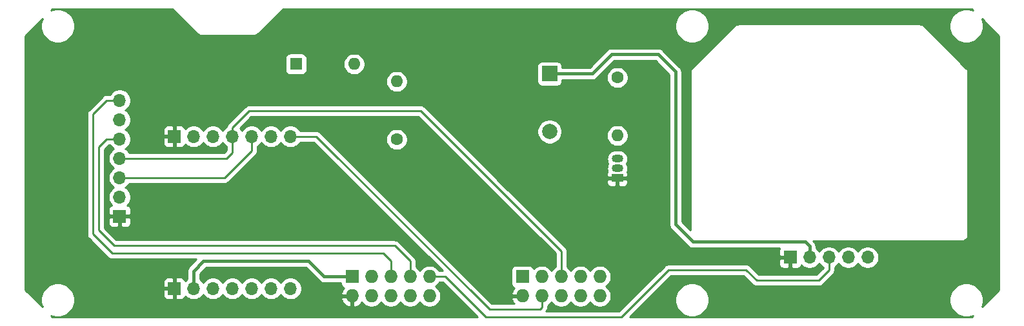
<source format=gtl>
G04 #@! TF.GenerationSoftware,KiCad,Pcbnew,5.1.5-52549c5~84~ubuntu18.04.1*
G04 #@! TF.CreationDate,2020-02-18T21:49:32-08:00*
G04 #@! TF.ProjectId,Marlin_UIBOX,4d61726c-696e-45f5-9549-424f582e6b69,rev?*
G04 #@! TF.SameCoordinates,Original*
G04 #@! TF.FileFunction,Copper,L1,Top*
G04 #@! TF.FilePolarity,Positive*
%FSLAX46Y46*%
G04 Gerber Fmt 4.6, Leading zero omitted, Abs format (unit mm)*
G04 Created by KiCad (PCBNEW 5.1.5-52549c5~84~ubuntu18.04.1) date 2020-02-18 21:49:32*
%MOMM*%
%LPD*%
G04 APERTURE LIST*
%ADD10O,1.700000X1.700000*%
%ADD11R,1.700000X1.700000*%
%ADD12R,1.727200X1.727200*%
%ADD13O,1.727200X1.727200*%
%ADD14R,1.600000X1.600000*%
%ADD15O,1.600000X1.600000*%
%ADD16R,2.000000X2.000000*%
%ADD17C,2.000000*%
%ADD18O,1.500000X1.050000*%
%ADD19R,1.500000X1.050000*%
%ADD20C,1.600000*%
%ADD21C,0.400000*%
%ADD22C,0.250000*%
%ADD23C,0.254000*%
G04 APERTURE END LIST*
D10*
X125767000Y-112812000D03*
X123227000Y-112812000D03*
X120687000Y-112812000D03*
X118147000Y-112812000D03*
X115607000Y-112812000D03*
X113067000Y-112812000D03*
D11*
X110527000Y-112812000D03*
D12*
X133858000Y-111252000D03*
D13*
X133858000Y-113792000D03*
X136398000Y-111252000D03*
X136398000Y-113792000D03*
X138938000Y-111252000D03*
X138938000Y-113792000D03*
X141478000Y-111252000D03*
X141478000Y-113792000D03*
X144018000Y-111252000D03*
X144018000Y-113792000D03*
X166370000Y-113792000D03*
X166370000Y-111252000D03*
X163830000Y-113792000D03*
X163830000Y-111252000D03*
X161290000Y-113792000D03*
X161290000Y-111252000D03*
X158750000Y-113792000D03*
X158750000Y-111252000D03*
X156210000Y-113792000D03*
D12*
X156210000Y-111252000D03*
D11*
X110527000Y-92832000D03*
D10*
X113067000Y-92832000D03*
X115607000Y-92832000D03*
X118147000Y-92832000D03*
X120687000Y-92832000D03*
X123227000Y-92832000D03*
X125767000Y-92832000D03*
D14*
X126492000Y-83312000D03*
D15*
X134112000Y-83312000D03*
D11*
X103350000Y-103320000D03*
D10*
X103350000Y-100780000D03*
X103350000Y-98240000D03*
X103350000Y-95700000D03*
X103350000Y-93160000D03*
X103350000Y-90620000D03*
X103350000Y-88080000D03*
D11*
X191345000Y-108709000D03*
D10*
X193885000Y-108709000D03*
X196425000Y-108709000D03*
X198965000Y-108709000D03*
X201505000Y-108709000D03*
D16*
X159766000Y-84582000D03*
D17*
X159766000Y-92182000D03*
D18*
X168656000Y-97028000D03*
X168656000Y-95758000D03*
D19*
X168656000Y-98298000D03*
D15*
X139700000Y-85598000D03*
D20*
X139700000Y-93218000D03*
X168656000Y-85090000D03*
D15*
X168656000Y-92710000D03*
D21*
X193885000Y-107271000D02*
X193885000Y-108709000D01*
X176276000Y-89916000D02*
X176276000Y-104394000D01*
X176276000Y-89532000D02*
X176276000Y-89916000D01*
X193294000Y-106680000D02*
X193885000Y-107271000D01*
X178562000Y-106680000D02*
X193294000Y-106680000D01*
X176276000Y-104394000D02*
X178562000Y-106680000D01*
X165354000Y-84582000D02*
X167894000Y-82042000D01*
X167894000Y-82042000D02*
X173990000Y-82042000D01*
X173990000Y-82042000D02*
X176276000Y-84328000D01*
X176276000Y-84328000D02*
X176276000Y-89916000D01*
X159766000Y-84582000D02*
X165354000Y-84582000D01*
X113067000Y-112812000D02*
X113067000Y-110516500D01*
X113067000Y-110516500D02*
X114363500Y-109220000D01*
X114363500Y-109220000D02*
X128143000Y-109220000D01*
X130175000Y-111252000D02*
X133858000Y-111252000D01*
X128143000Y-109220000D02*
X130175000Y-111252000D01*
X179324000Y-108709000D02*
X191345000Y-108709000D01*
X179067000Y-108709000D02*
X179324000Y-108709000D01*
X168656000Y-98298000D02*
X168656000Y-102108000D01*
X175257000Y-108709000D02*
X179324000Y-108709000D01*
X168656000Y-102108000D02*
X175257000Y-108709000D01*
D22*
X101658000Y-88080000D02*
X103350000Y-88080000D01*
X99822000Y-89916000D02*
X101658000Y-88080000D01*
X99822000Y-105664000D02*
X99822000Y-89916000D01*
X102362000Y-108204000D02*
X99822000Y-105664000D01*
X134874000Y-108204000D02*
X134366000Y-108204000D01*
X134366000Y-108204000D02*
X102362000Y-108204000D01*
X137922000Y-108204000D02*
X134366000Y-108204000D01*
X138938000Y-111252000D02*
X138938000Y-109220000D01*
X138938000Y-109220000D02*
X137922000Y-108204000D01*
X102616000Y-107188000D02*
X100584000Y-105156000D01*
X100584000Y-94234000D02*
X101658000Y-93160000D01*
X101658000Y-93160000D02*
X103350000Y-93160000D01*
X100584000Y-105156000D02*
X100584000Y-94234000D01*
X138430000Y-107188000D02*
X138176000Y-107188000D01*
X138176000Y-107188000D02*
X102616000Y-107188000D01*
X139446000Y-107188000D02*
X138176000Y-107188000D01*
X141478000Y-111252000D02*
X141478000Y-109220000D01*
X141478000Y-109220000D02*
X139446000Y-107188000D01*
X196425000Y-110407000D02*
X196425000Y-108709000D01*
X186944000Y-111760000D02*
X195072000Y-111760000D01*
X146050000Y-111252000D02*
X151384000Y-116586000D01*
X195072000Y-111760000D02*
X196425000Y-110407000D01*
X144018000Y-111252000D02*
X146050000Y-111252000D01*
X151384000Y-116586000D02*
X169164000Y-116586000D01*
X175387000Y-110363000D02*
X185547000Y-110363000D01*
X169164000Y-116586000D02*
X175387000Y-110363000D01*
X185547000Y-110363000D02*
X186944000Y-111760000D01*
X120687000Y-94705000D02*
X120687000Y-92832000D01*
X103350000Y-98240000D02*
X117152000Y-98240000D01*
X117152000Y-98240000D02*
X120687000Y-94705000D01*
X118147000Y-94959000D02*
X118147000Y-92832000D01*
X117348000Y-95758000D02*
X118147000Y-94959000D01*
X103350000Y-95700000D02*
X103408000Y-95758000D01*
X103408000Y-95758000D02*
X117348000Y-95758000D01*
X118147000Y-91629919D02*
X120305419Y-89471500D01*
X118147000Y-92832000D02*
X118147000Y-91629919D01*
X120305419Y-89471500D02*
X142875000Y-89471500D01*
X161290000Y-107886500D02*
X161290000Y-111252000D01*
X142875000Y-89471500D02*
X161290000Y-107886500D01*
X129154000Y-92832000D02*
X125767000Y-92832000D01*
X151892000Y-115570000D02*
X129154000Y-92832000D01*
X157226000Y-115570000D02*
X156972000Y-115570000D01*
X156972000Y-115570000D02*
X151892000Y-115570000D01*
X158496000Y-115570000D02*
X156972000Y-115570000D01*
X158750000Y-113792000D02*
X158750000Y-115316000D01*
X158750000Y-115316000D02*
X158496000Y-115570000D01*
D23*
G36*
X113481746Y-79294193D02*
G01*
X113504762Y-79322238D01*
X113616680Y-79414087D01*
X113744367Y-79482337D01*
X113882915Y-79524365D01*
X113990895Y-79535000D01*
X113990904Y-79535000D01*
X114026999Y-79538555D01*
X114063094Y-79535000D01*
X120990895Y-79535000D01*
X121027000Y-79538556D01*
X121063105Y-79535000D01*
X121171085Y-79524365D01*
X121309633Y-79482337D01*
X121437320Y-79414087D01*
X121549238Y-79322238D01*
X121572259Y-79294187D01*
X122786574Y-78079872D01*
X176215000Y-78079872D01*
X176215000Y-78520128D01*
X176300890Y-78951925D01*
X176469369Y-79358669D01*
X176713962Y-79724729D01*
X177025271Y-80036038D01*
X177391331Y-80280631D01*
X177798075Y-80449110D01*
X178229872Y-80535000D01*
X178670128Y-80535000D01*
X179101925Y-80449110D01*
X179508669Y-80280631D01*
X179874729Y-80036038D01*
X180186038Y-79724729D01*
X180430631Y-79358669D01*
X180599110Y-78951925D01*
X180685000Y-78520128D01*
X180685000Y-78079872D01*
X180599110Y-77648075D01*
X180430631Y-77241331D01*
X180186038Y-76875271D01*
X179874729Y-76563962D01*
X179508669Y-76319369D01*
X179101925Y-76150890D01*
X178670128Y-76065000D01*
X178229872Y-76065000D01*
X177798075Y-76150890D01*
X177391331Y-76319369D01*
X177025271Y-76563962D01*
X176713962Y-76875271D01*
X176469369Y-77241331D01*
X176300890Y-77648075D01*
X176215000Y-78079872D01*
X122786574Y-78079872D01*
X124831447Y-76035000D01*
X215145554Y-76035000D01*
X215374241Y-76263687D01*
X215101925Y-76150890D01*
X214670128Y-76065000D01*
X214229872Y-76065000D01*
X213798075Y-76150890D01*
X213391331Y-76319369D01*
X213025271Y-76563962D01*
X212713962Y-76875271D01*
X212469369Y-77241331D01*
X212300890Y-77648075D01*
X212215000Y-78079872D01*
X212215000Y-78520128D01*
X212300890Y-78951925D01*
X212469369Y-79358669D01*
X212713962Y-79724729D01*
X213025271Y-80036038D01*
X213391331Y-80280631D01*
X213798075Y-80449110D01*
X214229872Y-80535000D01*
X214670128Y-80535000D01*
X215101925Y-80449110D01*
X215508669Y-80280631D01*
X215874729Y-80036038D01*
X216186038Y-79724729D01*
X216430631Y-79358669D01*
X216599110Y-78951925D01*
X216685000Y-78520128D01*
X216685000Y-78079872D01*
X216599110Y-77648075D01*
X216486313Y-77375760D01*
X218715000Y-79604447D01*
X218715001Y-112995552D01*
X216486313Y-115224240D01*
X216599110Y-114951925D01*
X216685000Y-114520128D01*
X216685000Y-114079872D01*
X216599110Y-113648075D01*
X216430631Y-113241331D01*
X216186038Y-112875271D01*
X215874729Y-112563962D01*
X215508669Y-112319369D01*
X215101925Y-112150890D01*
X214670128Y-112065000D01*
X214229872Y-112065000D01*
X213798075Y-112150890D01*
X213391331Y-112319369D01*
X213025271Y-112563962D01*
X212713962Y-112875271D01*
X212469369Y-113241331D01*
X212300890Y-113648075D01*
X212215000Y-114079872D01*
X212215000Y-114520128D01*
X212300890Y-114951925D01*
X212469369Y-115358669D01*
X212713962Y-115724729D01*
X213025271Y-116036038D01*
X213391331Y-116280631D01*
X213798075Y-116449110D01*
X214229872Y-116535000D01*
X214670128Y-116535000D01*
X215101925Y-116449110D01*
X215374241Y-116336313D01*
X215145554Y-116565000D01*
X170259801Y-116565000D01*
X172744929Y-114079872D01*
X176215000Y-114079872D01*
X176215000Y-114520128D01*
X176300890Y-114951925D01*
X176469369Y-115358669D01*
X176713962Y-115724729D01*
X177025271Y-116036038D01*
X177391331Y-116280631D01*
X177798075Y-116449110D01*
X178229872Y-116535000D01*
X178670128Y-116535000D01*
X179101925Y-116449110D01*
X179508669Y-116280631D01*
X179874729Y-116036038D01*
X180186038Y-115724729D01*
X180430631Y-115358669D01*
X180599110Y-114951925D01*
X180685000Y-114520128D01*
X180685000Y-114079872D01*
X180599110Y-113648075D01*
X180430631Y-113241331D01*
X180186038Y-112875271D01*
X179874729Y-112563962D01*
X179508669Y-112319369D01*
X179101925Y-112150890D01*
X178670128Y-112065000D01*
X178229872Y-112065000D01*
X177798075Y-112150890D01*
X177391331Y-112319369D01*
X177025271Y-112563962D01*
X176713962Y-112875271D01*
X176469369Y-113241331D01*
X176300890Y-113648075D01*
X176215000Y-114079872D01*
X172744929Y-114079872D01*
X175701802Y-111123000D01*
X185232199Y-111123000D01*
X186380201Y-112271003D01*
X186403999Y-112300001D01*
X186519724Y-112394974D01*
X186651753Y-112465546D01*
X186795014Y-112509003D01*
X186906667Y-112520000D01*
X186906676Y-112520000D01*
X186943999Y-112523676D01*
X186981322Y-112520000D01*
X195034678Y-112520000D01*
X195072000Y-112523676D01*
X195109322Y-112520000D01*
X195109333Y-112520000D01*
X195220986Y-112509003D01*
X195364247Y-112465546D01*
X195496276Y-112394974D01*
X195612001Y-112300001D01*
X195635804Y-112270997D01*
X196936004Y-110970798D01*
X196965001Y-110947001D01*
X197054796Y-110837586D01*
X197059974Y-110831277D01*
X197130546Y-110699247D01*
X197143893Y-110655246D01*
X197174003Y-110555986D01*
X197185000Y-110444333D01*
X197185000Y-110444323D01*
X197188676Y-110407000D01*
X197185000Y-110369677D01*
X197185000Y-109987178D01*
X197371632Y-109862475D01*
X197578475Y-109655632D01*
X197695000Y-109481240D01*
X197811525Y-109655632D01*
X198018368Y-109862475D01*
X198261589Y-110024990D01*
X198531842Y-110136932D01*
X198818740Y-110194000D01*
X199111260Y-110194000D01*
X199398158Y-110136932D01*
X199668411Y-110024990D01*
X199911632Y-109862475D01*
X200118475Y-109655632D01*
X200235000Y-109481240D01*
X200351525Y-109655632D01*
X200558368Y-109862475D01*
X200801589Y-110024990D01*
X201071842Y-110136932D01*
X201358740Y-110194000D01*
X201651260Y-110194000D01*
X201938158Y-110136932D01*
X202208411Y-110024990D01*
X202451632Y-109862475D01*
X202658475Y-109655632D01*
X202820990Y-109412411D01*
X202932932Y-109142158D01*
X202990000Y-108855260D01*
X202990000Y-108562740D01*
X202932932Y-108275842D01*
X202820990Y-108005589D01*
X202658475Y-107762368D01*
X202451632Y-107555525D01*
X202208411Y-107393010D01*
X201938158Y-107281068D01*
X201651260Y-107224000D01*
X201358740Y-107224000D01*
X201071842Y-107281068D01*
X200801589Y-107393010D01*
X200558368Y-107555525D01*
X200351525Y-107762368D01*
X200235000Y-107936760D01*
X200118475Y-107762368D01*
X199911632Y-107555525D01*
X199668411Y-107393010D01*
X199398158Y-107281068D01*
X199111260Y-107224000D01*
X198818740Y-107224000D01*
X198531842Y-107281068D01*
X198261589Y-107393010D01*
X198018368Y-107555525D01*
X197811525Y-107762368D01*
X197695000Y-107936760D01*
X197578475Y-107762368D01*
X197371632Y-107555525D01*
X197128411Y-107393010D01*
X196858158Y-107281068D01*
X196571260Y-107224000D01*
X196278740Y-107224000D01*
X195991842Y-107281068D01*
X195721589Y-107393010D01*
X195478368Y-107555525D01*
X195271525Y-107762368D01*
X195155000Y-107936760D01*
X195038475Y-107762368D01*
X194831632Y-107555525D01*
X194720000Y-107480935D01*
X194720000Y-107312015D01*
X194724040Y-107270999D01*
X194715171Y-107180954D01*
X194707918Y-107107311D01*
X194660172Y-106949913D01*
X194582636Y-106804854D01*
X194478291Y-106677709D01*
X194446427Y-106651559D01*
X194329868Y-106535000D01*
X213913895Y-106535000D01*
X213950000Y-106538556D01*
X213986105Y-106535000D01*
X214094085Y-106524365D01*
X214232633Y-106482337D01*
X214360320Y-106414087D01*
X214472238Y-106322238D01*
X214564087Y-106210320D01*
X214632337Y-106082633D01*
X214674365Y-105944085D01*
X214688556Y-105800000D01*
X214685000Y-105763895D01*
X214685000Y-84421880D01*
X214688555Y-84385785D01*
X214685000Y-84349690D01*
X214685000Y-84349681D01*
X214674365Y-84241701D01*
X214632337Y-84103153D01*
X214564087Y-83975466D01*
X214547514Y-83955273D01*
X214495253Y-83891592D01*
X214495250Y-83891589D01*
X214472237Y-83863548D01*
X214444198Y-83840537D01*
X208909473Y-78305813D01*
X208886452Y-78277762D01*
X208774534Y-78185913D01*
X208646847Y-78117663D01*
X208508299Y-78075635D01*
X208400319Y-78065000D01*
X208364214Y-78061444D01*
X208328109Y-78065000D01*
X184571892Y-78065000D01*
X184535787Y-78061444D01*
X184499682Y-78065000D01*
X184391702Y-78075635D01*
X184253154Y-78117663D01*
X184125467Y-78185913D01*
X184013549Y-78277762D01*
X183990534Y-78305806D01*
X178455808Y-83840532D01*
X178427762Y-83863549D01*
X178335913Y-83975467D01*
X178267663Y-84103154D01*
X178249111Y-84164312D01*
X178225635Y-84241701D01*
X178211444Y-84385786D01*
X178215000Y-84421891D01*
X178215001Y-105152133D01*
X177111000Y-104048133D01*
X177111000Y-84369018D01*
X177115040Y-84327999D01*
X177098918Y-84164311D01*
X177051172Y-84006913D01*
X176973636Y-83861854D01*
X176869291Y-83734709D01*
X176837428Y-83708560D01*
X174609446Y-81480579D01*
X174583291Y-81448709D01*
X174456146Y-81344364D01*
X174311087Y-81266828D01*
X174153689Y-81219082D01*
X174031019Y-81207000D01*
X174031018Y-81207000D01*
X173990000Y-81202960D01*
X173948982Y-81207000D01*
X167935007Y-81207000D01*
X167893999Y-81202961D01*
X167852991Y-81207000D01*
X167852981Y-81207000D01*
X167730311Y-81219082D01*
X167572913Y-81266828D01*
X167427854Y-81344364D01*
X167300709Y-81448709D01*
X167274559Y-81480573D01*
X165008133Y-83747000D01*
X161404072Y-83747000D01*
X161404072Y-83582000D01*
X161391812Y-83457518D01*
X161355502Y-83337820D01*
X161296537Y-83227506D01*
X161217185Y-83130815D01*
X161120494Y-83051463D01*
X161010180Y-82992498D01*
X160890482Y-82956188D01*
X160766000Y-82943928D01*
X158766000Y-82943928D01*
X158641518Y-82956188D01*
X158521820Y-82992498D01*
X158411506Y-83051463D01*
X158314815Y-83130815D01*
X158235463Y-83227506D01*
X158176498Y-83337820D01*
X158140188Y-83457518D01*
X158127928Y-83582000D01*
X158127928Y-85582000D01*
X158140188Y-85706482D01*
X158176498Y-85826180D01*
X158235463Y-85936494D01*
X158314815Y-86033185D01*
X158411506Y-86112537D01*
X158521820Y-86171502D01*
X158641518Y-86207812D01*
X158766000Y-86220072D01*
X160766000Y-86220072D01*
X160890482Y-86207812D01*
X161010180Y-86171502D01*
X161120494Y-86112537D01*
X161217185Y-86033185D01*
X161296537Y-85936494D01*
X161355502Y-85826180D01*
X161391812Y-85706482D01*
X161404072Y-85582000D01*
X161404072Y-85417000D01*
X165312982Y-85417000D01*
X165354000Y-85421040D01*
X165395018Y-85417000D01*
X165395019Y-85417000D01*
X165517689Y-85404918D01*
X165675087Y-85357172D01*
X165820146Y-85279636D01*
X165947291Y-85175291D01*
X165973446Y-85143421D01*
X166168202Y-84948665D01*
X167221000Y-84948665D01*
X167221000Y-85231335D01*
X167276147Y-85508574D01*
X167384320Y-85769727D01*
X167541363Y-86004759D01*
X167741241Y-86204637D01*
X167976273Y-86361680D01*
X168237426Y-86469853D01*
X168514665Y-86525000D01*
X168797335Y-86525000D01*
X169074574Y-86469853D01*
X169335727Y-86361680D01*
X169570759Y-86204637D01*
X169770637Y-86004759D01*
X169927680Y-85769727D01*
X170035853Y-85508574D01*
X170091000Y-85231335D01*
X170091000Y-84948665D01*
X170035853Y-84671426D01*
X169927680Y-84410273D01*
X169770637Y-84175241D01*
X169570759Y-83975363D01*
X169335727Y-83818320D01*
X169074574Y-83710147D01*
X168797335Y-83655000D01*
X168514665Y-83655000D01*
X168237426Y-83710147D01*
X167976273Y-83818320D01*
X167741241Y-83975363D01*
X167541363Y-84175241D01*
X167384320Y-84410273D01*
X167276147Y-84671426D01*
X167221000Y-84948665D01*
X166168202Y-84948665D01*
X168239868Y-82877000D01*
X173644133Y-82877000D01*
X175441000Y-84673868D01*
X175441001Y-89490973D01*
X175441000Y-89490982D01*
X175441000Y-89874982D01*
X175441001Y-104352971D01*
X175436960Y-104394000D01*
X175453082Y-104557688D01*
X175500828Y-104715086D01*
X175578364Y-104860145D01*
X175578365Y-104860146D01*
X175682710Y-104987291D01*
X175714574Y-105013441D01*
X177942559Y-107241427D01*
X177968709Y-107273291D01*
X178093248Y-107375497D01*
X178095854Y-107377636D01*
X178240913Y-107455172D01*
X178398311Y-107502918D01*
X178561999Y-107519040D01*
X178603018Y-107515000D01*
X189958854Y-107515000D01*
X189905498Y-107614820D01*
X189869188Y-107734518D01*
X189856928Y-107859000D01*
X189860000Y-108423250D01*
X190018750Y-108582000D01*
X191218000Y-108582000D01*
X191218000Y-108562000D01*
X191472000Y-108562000D01*
X191472000Y-108582000D01*
X191492000Y-108582000D01*
X191492000Y-108836000D01*
X191472000Y-108836000D01*
X191472000Y-110035250D01*
X191630750Y-110194000D01*
X192195000Y-110197072D01*
X192319482Y-110184812D01*
X192439180Y-110148502D01*
X192549494Y-110089537D01*
X192646185Y-110010185D01*
X192725537Y-109913494D01*
X192784502Y-109803180D01*
X192806513Y-109730620D01*
X192938368Y-109862475D01*
X193181589Y-110024990D01*
X193451842Y-110136932D01*
X193738740Y-110194000D01*
X194031260Y-110194000D01*
X194318158Y-110136932D01*
X194588411Y-110024990D01*
X194831632Y-109862475D01*
X195038475Y-109655632D01*
X195155000Y-109481240D01*
X195271525Y-109655632D01*
X195478368Y-109862475D01*
X195665000Y-109987179D01*
X195665000Y-110092198D01*
X194757199Y-111000000D01*
X187258802Y-111000000D01*
X186110804Y-109852003D01*
X186087001Y-109822999D01*
X185971276Y-109728026D01*
X185839247Y-109657454D01*
X185695986Y-109613997D01*
X185584333Y-109603000D01*
X185584322Y-109603000D01*
X185547000Y-109599324D01*
X185509678Y-109603000D01*
X175424322Y-109603000D01*
X175387000Y-109599324D01*
X175349677Y-109603000D01*
X175349667Y-109603000D01*
X175238014Y-109613997D01*
X175094753Y-109657454D01*
X174962723Y-109728026D01*
X174897652Y-109781429D01*
X174846999Y-109822999D01*
X174823201Y-109851997D01*
X168849199Y-115826000D01*
X159314622Y-115826000D01*
X159384974Y-115740276D01*
X159455546Y-115608247D01*
X159499003Y-115464986D01*
X159510000Y-115353333D01*
X159510000Y-115353324D01*
X159513676Y-115316001D01*
X159510000Y-115278678D01*
X159510000Y-115086535D01*
X159705302Y-114956039D01*
X159914039Y-114747302D01*
X160020000Y-114588719D01*
X160125961Y-114747302D01*
X160334698Y-114956039D01*
X160580147Y-115120042D01*
X160852875Y-115233010D01*
X161142401Y-115290600D01*
X161437599Y-115290600D01*
X161727125Y-115233010D01*
X161999853Y-115120042D01*
X162245302Y-114956039D01*
X162454039Y-114747302D01*
X162560000Y-114588719D01*
X162665961Y-114747302D01*
X162874698Y-114956039D01*
X163120147Y-115120042D01*
X163392875Y-115233010D01*
X163682401Y-115290600D01*
X163977599Y-115290600D01*
X164267125Y-115233010D01*
X164539853Y-115120042D01*
X164785302Y-114956039D01*
X164994039Y-114747302D01*
X165100000Y-114588719D01*
X165205961Y-114747302D01*
X165414698Y-114956039D01*
X165660147Y-115120042D01*
X165932875Y-115233010D01*
X166222401Y-115290600D01*
X166517599Y-115290600D01*
X166807125Y-115233010D01*
X167079853Y-115120042D01*
X167325302Y-114956039D01*
X167534039Y-114747302D01*
X167698042Y-114501853D01*
X167811010Y-114229125D01*
X167868600Y-113939599D01*
X167868600Y-113644401D01*
X167811010Y-113354875D01*
X167698042Y-113082147D01*
X167534039Y-112836698D01*
X167325302Y-112627961D01*
X167166719Y-112522000D01*
X167325302Y-112416039D01*
X167534039Y-112207302D01*
X167698042Y-111961853D01*
X167811010Y-111689125D01*
X167868600Y-111399599D01*
X167868600Y-111104401D01*
X167811010Y-110814875D01*
X167698042Y-110542147D01*
X167534039Y-110296698D01*
X167325302Y-110087961D01*
X167079853Y-109923958D01*
X166807125Y-109810990D01*
X166517599Y-109753400D01*
X166222401Y-109753400D01*
X165932875Y-109810990D01*
X165660147Y-109923958D01*
X165414698Y-110087961D01*
X165205961Y-110296698D01*
X165100000Y-110455281D01*
X164994039Y-110296698D01*
X164785302Y-110087961D01*
X164539853Y-109923958D01*
X164267125Y-109810990D01*
X163977599Y-109753400D01*
X163682401Y-109753400D01*
X163392875Y-109810990D01*
X163120147Y-109923958D01*
X162874698Y-110087961D01*
X162665961Y-110296698D01*
X162560000Y-110455281D01*
X162454039Y-110296698D01*
X162245302Y-110087961D01*
X162050000Y-109957465D01*
X162050000Y-109559000D01*
X189856928Y-109559000D01*
X189869188Y-109683482D01*
X189905498Y-109803180D01*
X189964463Y-109913494D01*
X190043815Y-110010185D01*
X190140506Y-110089537D01*
X190250820Y-110148502D01*
X190370518Y-110184812D01*
X190495000Y-110197072D01*
X191059250Y-110194000D01*
X191218000Y-110035250D01*
X191218000Y-108836000D01*
X190018750Y-108836000D01*
X189860000Y-108994750D01*
X189856928Y-109559000D01*
X162050000Y-109559000D01*
X162050000Y-107923825D01*
X162053676Y-107886500D01*
X162050000Y-107849175D01*
X162050000Y-107849167D01*
X162039003Y-107737514D01*
X161995546Y-107594253D01*
X161924974Y-107462224D01*
X161830001Y-107346499D01*
X161801004Y-107322702D01*
X153301302Y-98823000D01*
X167267928Y-98823000D01*
X167280188Y-98947482D01*
X167316498Y-99067180D01*
X167375463Y-99177494D01*
X167454815Y-99274185D01*
X167551506Y-99353537D01*
X167661820Y-99412502D01*
X167781518Y-99448812D01*
X167906000Y-99461072D01*
X168370250Y-99458000D01*
X168529000Y-99299250D01*
X168529000Y-98425000D01*
X168783000Y-98425000D01*
X168783000Y-99299250D01*
X168941750Y-99458000D01*
X169406000Y-99461072D01*
X169530482Y-99448812D01*
X169650180Y-99412502D01*
X169760494Y-99353537D01*
X169857185Y-99274185D01*
X169936537Y-99177494D01*
X169995502Y-99067180D01*
X170031812Y-98947482D01*
X170044072Y-98823000D01*
X170041000Y-98583750D01*
X169882250Y-98425000D01*
X168783000Y-98425000D01*
X168529000Y-98425000D01*
X167429750Y-98425000D01*
X167271000Y-98583750D01*
X167267928Y-98823000D01*
X153301302Y-98823000D01*
X150236302Y-95758000D01*
X167265388Y-95758000D01*
X167287785Y-95985400D01*
X167354115Y-96204060D01*
X167455105Y-96393000D01*
X167354115Y-96581940D01*
X167287785Y-96800600D01*
X167265388Y-97028000D01*
X167287785Y-97255400D01*
X167351093Y-97464098D01*
X167316498Y-97528820D01*
X167280188Y-97648518D01*
X167267928Y-97773000D01*
X167271000Y-98012250D01*
X167429750Y-98171000D01*
X168202891Y-98171000D01*
X168203600Y-98171215D01*
X168374021Y-98188000D01*
X168937979Y-98188000D01*
X169108400Y-98171215D01*
X169109109Y-98171000D01*
X169882250Y-98171000D01*
X170041000Y-98012250D01*
X170044072Y-97773000D01*
X170031812Y-97648518D01*
X169995502Y-97528820D01*
X169960907Y-97464098D01*
X170024215Y-97255400D01*
X170046612Y-97028000D01*
X170024215Y-96800600D01*
X169957885Y-96581940D01*
X169856895Y-96393000D01*
X169957885Y-96204060D01*
X170024215Y-95985400D01*
X170046612Y-95758000D01*
X170024215Y-95530600D01*
X169957885Y-95311940D01*
X169850171Y-95110421D01*
X169705212Y-94933788D01*
X169528579Y-94788829D01*
X169327060Y-94681115D01*
X169108400Y-94614785D01*
X168937979Y-94598000D01*
X168374021Y-94598000D01*
X168203600Y-94614785D01*
X167984940Y-94681115D01*
X167783421Y-94788829D01*
X167606788Y-94933788D01*
X167461829Y-95110421D01*
X167354115Y-95311940D01*
X167287785Y-95530600D01*
X167265388Y-95758000D01*
X150236302Y-95758000D01*
X146499269Y-92020967D01*
X158131000Y-92020967D01*
X158131000Y-92343033D01*
X158193832Y-92658912D01*
X158317082Y-92956463D01*
X158496013Y-93224252D01*
X158723748Y-93451987D01*
X158991537Y-93630918D01*
X159289088Y-93754168D01*
X159604967Y-93817000D01*
X159927033Y-93817000D01*
X160242912Y-93754168D01*
X160540463Y-93630918D01*
X160808252Y-93451987D01*
X161035987Y-93224252D01*
X161214918Y-92956463D01*
X161338168Y-92658912D01*
X161356119Y-92568665D01*
X167221000Y-92568665D01*
X167221000Y-92851335D01*
X167276147Y-93128574D01*
X167384320Y-93389727D01*
X167541363Y-93624759D01*
X167741241Y-93824637D01*
X167976273Y-93981680D01*
X168237426Y-94089853D01*
X168514665Y-94145000D01*
X168797335Y-94145000D01*
X169074574Y-94089853D01*
X169335727Y-93981680D01*
X169570759Y-93824637D01*
X169770637Y-93624759D01*
X169927680Y-93389727D01*
X170035853Y-93128574D01*
X170091000Y-92851335D01*
X170091000Y-92568665D01*
X170035853Y-92291426D01*
X169927680Y-92030273D01*
X169770637Y-91795241D01*
X169570759Y-91595363D01*
X169335727Y-91438320D01*
X169074574Y-91330147D01*
X168797335Y-91275000D01*
X168514665Y-91275000D01*
X168237426Y-91330147D01*
X167976273Y-91438320D01*
X167741241Y-91595363D01*
X167541363Y-91795241D01*
X167384320Y-92030273D01*
X167276147Y-92291426D01*
X167221000Y-92568665D01*
X161356119Y-92568665D01*
X161401000Y-92343033D01*
X161401000Y-92020967D01*
X161338168Y-91705088D01*
X161214918Y-91407537D01*
X161035987Y-91139748D01*
X160808252Y-90912013D01*
X160540463Y-90733082D01*
X160242912Y-90609832D01*
X159927033Y-90547000D01*
X159604967Y-90547000D01*
X159289088Y-90609832D01*
X158991537Y-90733082D01*
X158723748Y-90912013D01*
X158496013Y-91139748D01*
X158317082Y-91407537D01*
X158193832Y-91705088D01*
X158131000Y-92020967D01*
X146499269Y-92020967D01*
X143438804Y-88960503D01*
X143415001Y-88931499D01*
X143299276Y-88836526D01*
X143167247Y-88765954D01*
X143023986Y-88722497D01*
X142912333Y-88711500D01*
X142912322Y-88711500D01*
X142875000Y-88707824D01*
X142837678Y-88711500D01*
X120342741Y-88711500D01*
X120305418Y-88707824D01*
X120268095Y-88711500D01*
X120268086Y-88711500D01*
X120156433Y-88722497D01*
X120013172Y-88765954D01*
X119881143Y-88836526D01*
X119881141Y-88836527D01*
X119881142Y-88836527D01*
X119794415Y-88907701D01*
X119794411Y-88907705D01*
X119765418Y-88931499D01*
X119741624Y-88960492D01*
X117635998Y-91066120D01*
X117607000Y-91089918D01*
X117583202Y-91118916D01*
X117583201Y-91118917D01*
X117512026Y-91205643D01*
X117441454Y-91337673D01*
X117439557Y-91343928D01*
X117406938Y-91451463D01*
X117397998Y-91480934D01*
X117391088Y-91551090D01*
X117200368Y-91678525D01*
X116993525Y-91885368D01*
X116877000Y-92059760D01*
X116760475Y-91885368D01*
X116553632Y-91678525D01*
X116310411Y-91516010D01*
X116040158Y-91404068D01*
X115753260Y-91347000D01*
X115460740Y-91347000D01*
X115173842Y-91404068D01*
X114903589Y-91516010D01*
X114660368Y-91678525D01*
X114453525Y-91885368D01*
X114337000Y-92059760D01*
X114220475Y-91885368D01*
X114013632Y-91678525D01*
X113770411Y-91516010D01*
X113500158Y-91404068D01*
X113213260Y-91347000D01*
X112920740Y-91347000D01*
X112633842Y-91404068D01*
X112363589Y-91516010D01*
X112120368Y-91678525D01*
X111988513Y-91810380D01*
X111966502Y-91737820D01*
X111907537Y-91627506D01*
X111828185Y-91530815D01*
X111731494Y-91451463D01*
X111621180Y-91392498D01*
X111501482Y-91356188D01*
X111377000Y-91343928D01*
X110812750Y-91347000D01*
X110654000Y-91505750D01*
X110654000Y-92705000D01*
X110674000Y-92705000D01*
X110674000Y-92959000D01*
X110654000Y-92959000D01*
X110654000Y-94158250D01*
X110812750Y-94317000D01*
X111377000Y-94320072D01*
X111501482Y-94307812D01*
X111621180Y-94271502D01*
X111731494Y-94212537D01*
X111828185Y-94133185D01*
X111907537Y-94036494D01*
X111966502Y-93926180D01*
X111988513Y-93853620D01*
X112120368Y-93985475D01*
X112363589Y-94147990D01*
X112633842Y-94259932D01*
X112920740Y-94317000D01*
X113213260Y-94317000D01*
X113500158Y-94259932D01*
X113770411Y-94147990D01*
X114013632Y-93985475D01*
X114220475Y-93778632D01*
X114337000Y-93604240D01*
X114453525Y-93778632D01*
X114660368Y-93985475D01*
X114903589Y-94147990D01*
X115173842Y-94259932D01*
X115460740Y-94317000D01*
X115753260Y-94317000D01*
X116040158Y-94259932D01*
X116310411Y-94147990D01*
X116553632Y-93985475D01*
X116760475Y-93778632D01*
X116877000Y-93604240D01*
X116993525Y-93778632D01*
X117200368Y-93985475D01*
X117387000Y-94110179D01*
X117387000Y-94644198D01*
X117033199Y-94998000D01*
X104666574Y-94998000D01*
X104665990Y-94996589D01*
X104503475Y-94753368D01*
X104296632Y-94546525D01*
X104122240Y-94430000D01*
X104296632Y-94313475D01*
X104503475Y-94106632D01*
X104665990Y-93863411D01*
X104741132Y-93682000D01*
X109038928Y-93682000D01*
X109051188Y-93806482D01*
X109087498Y-93926180D01*
X109146463Y-94036494D01*
X109225815Y-94133185D01*
X109322506Y-94212537D01*
X109432820Y-94271502D01*
X109552518Y-94307812D01*
X109677000Y-94320072D01*
X110241250Y-94317000D01*
X110400000Y-94158250D01*
X110400000Y-92959000D01*
X109200750Y-92959000D01*
X109042000Y-93117750D01*
X109038928Y-93682000D01*
X104741132Y-93682000D01*
X104777932Y-93593158D01*
X104835000Y-93306260D01*
X104835000Y-93013740D01*
X104777932Y-92726842D01*
X104665990Y-92456589D01*
X104503475Y-92213368D01*
X104296632Y-92006525D01*
X104259928Y-91982000D01*
X109038928Y-91982000D01*
X109042000Y-92546250D01*
X109200750Y-92705000D01*
X110400000Y-92705000D01*
X110400000Y-91505750D01*
X110241250Y-91347000D01*
X109677000Y-91343928D01*
X109552518Y-91356188D01*
X109432820Y-91392498D01*
X109322506Y-91451463D01*
X109225815Y-91530815D01*
X109146463Y-91627506D01*
X109087498Y-91737820D01*
X109051188Y-91857518D01*
X109038928Y-91982000D01*
X104259928Y-91982000D01*
X104122240Y-91890000D01*
X104296632Y-91773475D01*
X104503475Y-91566632D01*
X104665990Y-91323411D01*
X104777932Y-91053158D01*
X104835000Y-90766260D01*
X104835000Y-90473740D01*
X104777932Y-90186842D01*
X104665990Y-89916589D01*
X104503475Y-89673368D01*
X104296632Y-89466525D01*
X104122240Y-89350000D01*
X104296632Y-89233475D01*
X104503475Y-89026632D01*
X104665990Y-88783411D01*
X104777932Y-88513158D01*
X104835000Y-88226260D01*
X104835000Y-87933740D01*
X104777932Y-87646842D01*
X104665990Y-87376589D01*
X104503475Y-87133368D01*
X104296632Y-86926525D01*
X104053411Y-86764010D01*
X103783158Y-86652068D01*
X103496260Y-86595000D01*
X103203740Y-86595000D01*
X102916842Y-86652068D01*
X102646589Y-86764010D01*
X102403368Y-86926525D01*
X102196525Y-87133368D01*
X102071822Y-87320000D01*
X101695322Y-87320000D01*
X101657999Y-87316324D01*
X101620676Y-87320000D01*
X101620667Y-87320000D01*
X101509014Y-87330997D01*
X101365753Y-87374454D01*
X101233723Y-87445026D01*
X101150083Y-87513668D01*
X101117999Y-87539999D01*
X101094201Y-87568997D01*
X99310998Y-89352201D01*
X99282000Y-89375999D01*
X99258202Y-89404997D01*
X99258201Y-89404998D01*
X99187026Y-89491724D01*
X99116454Y-89623754D01*
X99086180Y-89723558D01*
X99073990Y-89763746D01*
X99072998Y-89767015D01*
X99058324Y-89916000D01*
X99062001Y-89953333D01*
X99062000Y-105626678D01*
X99058324Y-105664000D01*
X99062000Y-105701322D01*
X99062000Y-105701332D01*
X99072997Y-105812985D01*
X99087728Y-105861546D01*
X99116454Y-105956246D01*
X99187026Y-106088276D01*
X99211888Y-106118570D01*
X99281999Y-106204001D01*
X99311003Y-106227804D01*
X101798205Y-108715008D01*
X101821999Y-108744001D01*
X101850992Y-108767795D01*
X101850996Y-108767799D01*
X101921685Y-108825811D01*
X101937724Y-108838974D01*
X102069753Y-108909546D01*
X102213014Y-108953003D01*
X102324667Y-108964000D01*
X102324676Y-108964000D01*
X102361999Y-108967676D01*
X102399322Y-108964000D01*
X113438632Y-108964000D01*
X112505574Y-109897059D01*
X112473710Y-109923209D01*
X112424086Y-109983676D01*
X112369364Y-110050355D01*
X112291828Y-110195414D01*
X112244082Y-110352812D01*
X112227960Y-110516500D01*
X112232001Y-110557528D01*
X112232001Y-111583935D01*
X112120368Y-111658525D01*
X111988513Y-111790380D01*
X111966502Y-111717820D01*
X111907537Y-111607506D01*
X111828185Y-111510815D01*
X111731494Y-111431463D01*
X111621180Y-111372498D01*
X111501482Y-111336188D01*
X111377000Y-111323928D01*
X110812750Y-111327000D01*
X110654000Y-111485750D01*
X110654000Y-112685000D01*
X110674000Y-112685000D01*
X110674000Y-112939000D01*
X110654000Y-112939000D01*
X110654000Y-114138250D01*
X110812750Y-114297000D01*
X111377000Y-114300072D01*
X111501482Y-114287812D01*
X111621180Y-114251502D01*
X111731494Y-114192537D01*
X111828185Y-114113185D01*
X111907537Y-114016494D01*
X111966502Y-113906180D01*
X111988513Y-113833620D01*
X112120368Y-113965475D01*
X112363589Y-114127990D01*
X112633842Y-114239932D01*
X112920740Y-114297000D01*
X113213260Y-114297000D01*
X113500158Y-114239932D01*
X113770411Y-114127990D01*
X114013632Y-113965475D01*
X114220475Y-113758632D01*
X114337000Y-113584240D01*
X114453525Y-113758632D01*
X114660368Y-113965475D01*
X114903589Y-114127990D01*
X115173842Y-114239932D01*
X115460740Y-114297000D01*
X115753260Y-114297000D01*
X116040158Y-114239932D01*
X116310411Y-114127990D01*
X116553632Y-113965475D01*
X116760475Y-113758632D01*
X116877000Y-113584240D01*
X116993525Y-113758632D01*
X117200368Y-113965475D01*
X117443589Y-114127990D01*
X117713842Y-114239932D01*
X118000740Y-114297000D01*
X118293260Y-114297000D01*
X118580158Y-114239932D01*
X118850411Y-114127990D01*
X119093632Y-113965475D01*
X119300475Y-113758632D01*
X119417000Y-113584240D01*
X119533525Y-113758632D01*
X119740368Y-113965475D01*
X119983589Y-114127990D01*
X120253842Y-114239932D01*
X120540740Y-114297000D01*
X120833260Y-114297000D01*
X121120158Y-114239932D01*
X121390411Y-114127990D01*
X121633632Y-113965475D01*
X121840475Y-113758632D01*
X121957000Y-113584240D01*
X122073525Y-113758632D01*
X122280368Y-113965475D01*
X122523589Y-114127990D01*
X122793842Y-114239932D01*
X123080740Y-114297000D01*
X123373260Y-114297000D01*
X123660158Y-114239932D01*
X123930411Y-114127990D01*
X124173632Y-113965475D01*
X124380475Y-113758632D01*
X124497000Y-113584240D01*
X124613525Y-113758632D01*
X124820368Y-113965475D01*
X125063589Y-114127990D01*
X125333842Y-114239932D01*
X125620740Y-114297000D01*
X125913260Y-114297000D01*
X126200158Y-114239932D01*
X126414794Y-114151027D01*
X132403037Y-114151027D01*
X132501036Y-114427978D01*
X132651183Y-114680488D01*
X132847707Y-114898854D01*
X133083056Y-115074684D01*
X133348186Y-115201222D01*
X133498974Y-115246958D01*
X133731000Y-115125817D01*
X133731000Y-113919000D01*
X132523536Y-113919000D01*
X132403037Y-114151027D01*
X126414794Y-114151027D01*
X126470411Y-114127990D01*
X126713632Y-113965475D01*
X126920475Y-113758632D01*
X127082990Y-113515411D01*
X127194932Y-113245158D01*
X127252000Y-112958260D01*
X127252000Y-112665740D01*
X127194932Y-112378842D01*
X127082990Y-112108589D01*
X126920475Y-111865368D01*
X126713632Y-111658525D01*
X126470411Y-111496010D01*
X126200158Y-111384068D01*
X125913260Y-111327000D01*
X125620740Y-111327000D01*
X125333842Y-111384068D01*
X125063589Y-111496010D01*
X124820368Y-111658525D01*
X124613525Y-111865368D01*
X124497000Y-112039760D01*
X124380475Y-111865368D01*
X124173632Y-111658525D01*
X123930411Y-111496010D01*
X123660158Y-111384068D01*
X123373260Y-111327000D01*
X123080740Y-111327000D01*
X122793842Y-111384068D01*
X122523589Y-111496010D01*
X122280368Y-111658525D01*
X122073525Y-111865368D01*
X121957000Y-112039760D01*
X121840475Y-111865368D01*
X121633632Y-111658525D01*
X121390411Y-111496010D01*
X121120158Y-111384068D01*
X120833260Y-111327000D01*
X120540740Y-111327000D01*
X120253842Y-111384068D01*
X119983589Y-111496010D01*
X119740368Y-111658525D01*
X119533525Y-111865368D01*
X119417000Y-112039760D01*
X119300475Y-111865368D01*
X119093632Y-111658525D01*
X118850411Y-111496010D01*
X118580158Y-111384068D01*
X118293260Y-111327000D01*
X118000740Y-111327000D01*
X117713842Y-111384068D01*
X117443589Y-111496010D01*
X117200368Y-111658525D01*
X116993525Y-111865368D01*
X116877000Y-112039760D01*
X116760475Y-111865368D01*
X116553632Y-111658525D01*
X116310411Y-111496010D01*
X116040158Y-111384068D01*
X115753260Y-111327000D01*
X115460740Y-111327000D01*
X115173842Y-111384068D01*
X114903589Y-111496010D01*
X114660368Y-111658525D01*
X114453525Y-111865368D01*
X114337000Y-112039760D01*
X114220475Y-111865368D01*
X114013632Y-111658525D01*
X113902000Y-111583935D01*
X113902000Y-110862367D01*
X114709369Y-110055000D01*
X127797133Y-110055000D01*
X129555563Y-111813432D01*
X129581709Y-111845291D01*
X129613568Y-111871437D01*
X129613570Y-111871439D01*
X129708854Y-111949636D01*
X129853913Y-112027172D01*
X130011311Y-112074918D01*
X130175000Y-112091040D01*
X130216018Y-112087000D01*
X132356328Y-112087000D01*
X132356328Y-112115600D01*
X132368588Y-112240082D01*
X132404898Y-112359780D01*
X132463863Y-112470094D01*
X132543215Y-112566785D01*
X132639906Y-112646137D01*
X132750220Y-112705102D01*
X132812692Y-112724053D01*
X132651183Y-112903512D01*
X132501036Y-113156022D01*
X132403037Y-113432973D01*
X132523536Y-113665000D01*
X133731000Y-113665000D01*
X133731000Y-113645000D01*
X133985000Y-113645000D01*
X133985000Y-113665000D01*
X134005000Y-113665000D01*
X134005000Y-113919000D01*
X133985000Y-113919000D01*
X133985000Y-115125817D01*
X134217026Y-115246958D01*
X134367814Y-115201222D01*
X134632944Y-115074684D01*
X134868293Y-114898854D01*
X135064817Y-114680488D01*
X135123441Y-114581897D01*
X135233961Y-114747302D01*
X135442698Y-114956039D01*
X135688147Y-115120042D01*
X135960875Y-115233010D01*
X136250401Y-115290600D01*
X136545599Y-115290600D01*
X136835125Y-115233010D01*
X137107853Y-115120042D01*
X137353302Y-114956039D01*
X137562039Y-114747302D01*
X137668000Y-114588719D01*
X137773961Y-114747302D01*
X137982698Y-114956039D01*
X138228147Y-115120042D01*
X138500875Y-115233010D01*
X138790401Y-115290600D01*
X139085599Y-115290600D01*
X139375125Y-115233010D01*
X139647853Y-115120042D01*
X139893302Y-114956039D01*
X140102039Y-114747302D01*
X140208000Y-114588719D01*
X140313961Y-114747302D01*
X140522698Y-114956039D01*
X140768147Y-115120042D01*
X141040875Y-115233010D01*
X141330401Y-115290600D01*
X141625599Y-115290600D01*
X141915125Y-115233010D01*
X142187853Y-115120042D01*
X142433302Y-114956039D01*
X142642039Y-114747302D01*
X142748000Y-114588719D01*
X142853961Y-114747302D01*
X143062698Y-114956039D01*
X143308147Y-115120042D01*
X143580875Y-115233010D01*
X143870401Y-115290600D01*
X144165599Y-115290600D01*
X144455125Y-115233010D01*
X144727853Y-115120042D01*
X144973302Y-114956039D01*
X145182039Y-114747302D01*
X145346042Y-114501853D01*
X145459010Y-114229125D01*
X145516600Y-113939599D01*
X145516600Y-113644401D01*
X145459010Y-113354875D01*
X145346042Y-113082147D01*
X145182039Y-112836698D01*
X144973302Y-112627961D01*
X144814719Y-112522000D01*
X144973302Y-112416039D01*
X145182039Y-112207302D01*
X145312535Y-112012000D01*
X145735199Y-112012000D01*
X150288198Y-116565000D01*
X94554447Y-116565000D01*
X94325760Y-116336314D01*
X94598075Y-116449110D01*
X95029872Y-116535000D01*
X95470128Y-116535000D01*
X95901925Y-116449110D01*
X96308669Y-116280631D01*
X96674729Y-116036038D01*
X96986038Y-115724729D01*
X97230631Y-115358669D01*
X97399110Y-114951925D01*
X97485000Y-114520128D01*
X97485000Y-114079872D01*
X97401880Y-113662000D01*
X109038928Y-113662000D01*
X109051188Y-113786482D01*
X109087498Y-113906180D01*
X109146463Y-114016494D01*
X109225815Y-114113185D01*
X109322506Y-114192537D01*
X109432820Y-114251502D01*
X109552518Y-114287812D01*
X109677000Y-114300072D01*
X110241250Y-114297000D01*
X110400000Y-114138250D01*
X110400000Y-112939000D01*
X109200750Y-112939000D01*
X109042000Y-113097750D01*
X109038928Y-113662000D01*
X97401880Y-113662000D01*
X97399110Y-113648075D01*
X97230631Y-113241331D01*
X96986038Y-112875271D01*
X96674729Y-112563962D01*
X96308669Y-112319369D01*
X95901925Y-112150890D01*
X95470128Y-112065000D01*
X95029872Y-112065000D01*
X94598075Y-112150890D01*
X94191331Y-112319369D01*
X93825271Y-112563962D01*
X93513962Y-112875271D01*
X93269369Y-113241331D01*
X93100890Y-113648075D01*
X93015000Y-114079872D01*
X93015000Y-114520128D01*
X93100890Y-114951925D01*
X93213687Y-115224240D01*
X90985000Y-112995554D01*
X90985000Y-111962000D01*
X109038928Y-111962000D01*
X109042000Y-112526250D01*
X109200750Y-112685000D01*
X110400000Y-112685000D01*
X110400000Y-111485750D01*
X110241250Y-111327000D01*
X109677000Y-111323928D01*
X109552518Y-111336188D01*
X109432820Y-111372498D01*
X109322506Y-111431463D01*
X109225815Y-111510815D01*
X109146463Y-111607506D01*
X109087498Y-111717820D01*
X109051188Y-111837518D01*
X109038928Y-111962000D01*
X90985000Y-111962000D01*
X90985000Y-85456665D01*
X138265000Y-85456665D01*
X138265000Y-85739335D01*
X138320147Y-86016574D01*
X138428320Y-86277727D01*
X138585363Y-86512759D01*
X138785241Y-86712637D01*
X139020273Y-86869680D01*
X139281426Y-86977853D01*
X139558665Y-87033000D01*
X139841335Y-87033000D01*
X140118574Y-86977853D01*
X140379727Y-86869680D01*
X140614759Y-86712637D01*
X140814637Y-86512759D01*
X140971680Y-86277727D01*
X141079853Y-86016574D01*
X141135000Y-85739335D01*
X141135000Y-85456665D01*
X141079853Y-85179426D01*
X140971680Y-84918273D01*
X140814637Y-84683241D01*
X140614759Y-84483363D01*
X140379727Y-84326320D01*
X140118574Y-84218147D01*
X139841335Y-84163000D01*
X139558665Y-84163000D01*
X139281426Y-84218147D01*
X139020273Y-84326320D01*
X138785241Y-84483363D01*
X138585363Y-84683241D01*
X138428320Y-84918273D01*
X138320147Y-85179426D01*
X138265000Y-85456665D01*
X90985000Y-85456665D01*
X90985000Y-82512000D01*
X125053928Y-82512000D01*
X125053928Y-84112000D01*
X125066188Y-84236482D01*
X125102498Y-84356180D01*
X125161463Y-84466494D01*
X125240815Y-84563185D01*
X125337506Y-84642537D01*
X125447820Y-84701502D01*
X125567518Y-84737812D01*
X125692000Y-84750072D01*
X127292000Y-84750072D01*
X127416482Y-84737812D01*
X127536180Y-84701502D01*
X127646494Y-84642537D01*
X127743185Y-84563185D01*
X127822537Y-84466494D01*
X127881502Y-84356180D01*
X127917812Y-84236482D01*
X127930072Y-84112000D01*
X127930072Y-83170665D01*
X132677000Y-83170665D01*
X132677000Y-83453335D01*
X132732147Y-83730574D01*
X132840320Y-83991727D01*
X132997363Y-84226759D01*
X133197241Y-84426637D01*
X133432273Y-84583680D01*
X133693426Y-84691853D01*
X133970665Y-84747000D01*
X134253335Y-84747000D01*
X134530574Y-84691853D01*
X134791727Y-84583680D01*
X135026759Y-84426637D01*
X135226637Y-84226759D01*
X135383680Y-83991727D01*
X135491853Y-83730574D01*
X135547000Y-83453335D01*
X135547000Y-83170665D01*
X135491853Y-82893426D01*
X135383680Y-82632273D01*
X135226637Y-82397241D01*
X135026759Y-82197363D01*
X134791727Y-82040320D01*
X134530574Y-81932147D01*
X134253335Y-81877000D01*
X133970665Y-81877000D01*
X133693426Y-81932147D01*
X133432273Y-82040320D01*
X133197241Y-82197363D01*
X132997363Y-82397241D01*
X132840320Y-82632273D01*
X132732147Y-82893426D01*
X132677000Y-83170665D01*
X127930072Y-83170665D01*
X127930072Y-82512000D01*
X127917812Y-82387518D01*
X127881502Y-82267820D01*
X127822537Y-82157506D01*
X127743185Y-82060815D01*
X127646494Y-81981463D01*
X127536180Y-81922498D01*
X127416482Y-81886188D01*
X127292000Y-81873928D01*
X125692000Y-81873928D01*
X125567518Y-81886188D01*
X125447820Y-81922498D01*
X125337506Y-81981463D01*
X125240815Y-82060815D01*
X125161463Y-82157506D01*
X125102498Y-82267820D01*
X125066188Y-82387518D01*
X125053928Y-82512000D01*
X90985000Y-82512000D01*
X90985000Y-79604446D01*
X93213687Y-77375760D01*
X93100890Y-77648075D01*
X93015000Y-78079872D01*
X93015000Y-78520128D01*
X93100890Y-78951925D01*
X93269369Y-79358669D01*
X93513962Y-79724729D01*
X93825271Y-80036038D01*
X94191331Y-80280631D01*
X94598075Y-80449110D01*
X95029872Y-80535000D01*
X95470128Y-80535000D01*
X95901925Y-80449110D01*
X96308669Y-80280631D01*
X96674729Y-80036038D01*
X96986038Y-79724729D01*
X97230631Y-79358669D01*
X97399110Y-78951925D01*
X97485000Y-78520128D01*
X97485000Y-78079872D01*
X97399110Y-77648075D01*
X97230631Y-77241331D01*
X96986038Y-76875271D01*
X96674729Y-76563962D01*
X96308669Y-76319369D01*
X95901925Y-76150890D01*
X95470128Y-76065000D01*
X95029872Y-76065000D01*
X94598075Y-76150890D01*
X94325760Y-76263686D01*
X94554447Y-76035000D01*
X110222554Y-76035000D01*
X113481746Y-79294193D01*
G37*
X113481746Y-79294193D02*
X113504762Y-79322238D01*
X113616680Y-79414087D01*
X113744367Y-79482337D01*
X113882915Y-79524365D01*
X113990895Y-79535000D01*
X113990904Y-79535000D01*
X114026999Y-79538555D01*
X114063094Y-79535000D01*
X120990895Y-79535000D01*
X121027000Y-79538556D01*
X121063105Y-79535000D01*
X121171085Y-79524365D01*
X121309633Y-79482337D01*
X121437320Y-79414087D01*
X121549238Y-79322238D01*
X121572259Y-79294187D01*
X122786574Y-78079872D01*
X176215000Y-78079872D01*
X176215000Y-78520128D01*
X176300890Y-78951925D01*
X176469369Y-79358669D01*
X176713962Y-79724729D01*
X177025271Y-80036038D01*
X177391331Y-80280631D01*
X177798075Y-80449110D01*
X178229872Y-80535000D01*
X178670128Y-80535000D01*
X179101925Y-80449110D01*
X179508669Y-80280631D01*
X179874729Y-80036038D01*
X180186038Y-79724729D01*
X180430631Y-79358669D01*
X180599110Y-78951925D01*
X180685000Y-78520128D01*
X180685000Y-78079872D01*
X180599110Y-77648075D01*
X180430631Y-77241331D01*
X180186038Y-76875271D01*
X179874729Y-76563962D01*
X179508669Y-76319369D01*
X179101925Y-76150890D01*
X178670128Y-76065000D01*
X178229872Y-76065000D01*
X177798075Y-76150890D01*
X177391331Y-76319369D01*
X177025271Y-76563962D01*
X176713962Y-76875271D01*
X176469369Y-77241331D01*
X176300890Y-77648075D01*
X176215000Y-78079872D01*
X122786574Y-78079872D01*
X124831447Y-76035000D01*
X215145554Y-76035000D01*
X215374241Y-76263687D01*
X215101925Y-76150890D01*
X214670128Y-76065000D01*
X214229872Y-76065000D01*
X213798075Y-76150890D01*
X213391331Y-76319369D01*
X213025271Y-76563962D01*
X212713962Y-76875271D01*
X212469369Y-77241331D01*
X212300890Y-77648075D01*
X212215000Y-78079872D01*
X212215000Y-78520128D01*
X212300890Y-78951925D01*
X212469369Y-79358669D01*
X212713962Y-79724729D01*
X213025271Y-80036038D01*
X213391331Y-80280631D01*
X213798075Y-80449110D01*
X214229872Y-80535000D01*
X214670128Y-80535000D01*
X215101925Y-80449110D01*
X215508669Y-80280631D01*
X215874729Y-80036038D01*
X216186038Y-79724729D01*
X216430631Y-79358669D01*
X216599110Y-78951925D01*
X216685000Y-78520128D01*
X216685000Y-78079872D01*
X216599110Y-77648075D01*
X216486313Y-77375760D01*
X218715000Y-79604447D01*
X218715001Y-112995552D01*
X216486313Y-115224240D01*
X216599110Y-114951925D01*
X216685000Y-114520128D01*
X216685000Y-114079872D01*
X216599110Y-113648075D01*
X216430631Y-113241331D01*
X216186038Y-112875271D01*
X215874729Y-112563962D01*
X215508669Y-112319369D01*
X215101925Y-112150890D01*
X214670128Y-112065000D01*
X214229872Y-112065000D01*
X213798075Y-112150890D01*
X213391331Y-112319369D01*
X213025271Y-112563962D01*
X212713962Y-112875271D01*
X212469369Y-113241331D01*
X212300890Y-113648075D01*
X212215000Y-114079872D01*
X212215000Y-114520128D01*
X212300890Y-114951925D01*
X212469369Y-115358669D01*
X212713962Y-115724729D01*
X213025271Y-116036038D01*
X213391331Y-116280631D01*
X213798075Y-116449110D01*
X214229872Y-116535000D01*
X214670128Y-116535000D01*
X215101925Y-116449110D01*
X215374241Y-116336313D01*
X215145554Y-116565000D01*
X170259801Y-116565000D01*
X172744929Y-114079872D01*
X176215000Y-114079872D01*
X176215000Y-114520128D01*
X176300890Y-114951925D01*
X176469369Y-115358669D01*
X176713962Y-115724729D01*
X177025271Y-116036038D01*
X177391331Y-116280631D01*
X177798075Y-116449110D01*
X178229872Y-116535000D01*
X178670128Y-116535000D01*
X179101925Y-116449110D01*
X179508669Y-116280631D01*
X179874729Y-116036038D01*
X180186038Y-115724729D01*
X180430631Y-115358669D01*
X180599110Y-114951925D01*
X180685000Y-114520128D01*
X180685000Y-114079872D01*
X180599110Y-113648075D01*
X180430631Y-113241331D01*
X180186038Y-112875271D01*
X179874729Y-112563962D01*
X179508669Y-112319369D01*
X179101925Y-112150890D01*
X178670128Y-112065000D01*
X178229872Y-112065000D01*
X177798075Y-112150890D01*
X177391331Y-112319369D01*
X177025271Y-112563962D01*
X176713962Y-112875271D01*
X176469369Y-113241331D01*
X176300890Y-113648075D01*
X176215000Y-114079872D01*
X172744929Y-114079872D01*
X175701802Y-111123000D01*
X185232199Y-111123000D01*
X186380201Y-112271003D01*
X186403999Y-112300001D01*
X186519724Y-112394974D01*
X186651753Y-112465546D01*
X186795014Y-112509003D01*
X186906667Y-112520000D01*
X186906676Y-112520000D01*
X186943999Y-112523676D01*
X186981322Y-112520000D01*
X195034678Y-112520000D01*
X195072000Y-112523676D01*
X195109322Y-112520000D01*
X195109333Y-112520000D01*
X195220986Y-112509003D01*
X195364247Y-112465546D01*
X195496276Y-112394974D01*
X195612001Y-112300001D01*
X195635804Y-112270997D01*
X196936004Y-110970798D01*
X196965001Y-110947001D01*
X197054796Y-110837586D01*
X197059974Y-110831277D01*
X197130546Y-110699247D01*
X197143893Y-110655246D01*
X197174003Y-110555986D01*
X197185000Y-110444333D01*
X197185000Y-110444323D01*
X197188676Y-110407000D01*
X197185000Y-110369677D01*
X197185000Y-109987178D01*
X197371632Y-109862475D01*
X197578475Y-109655632D01*
X197695000Y-109481240D01*
X197811525Y-109655632D01*
X198018368Y-109862475D01*
X198261589Y-110024990D01*
X198531842Y-110136932D01*
X198818740Y-110194000D01*
X199111260Y-110194000D01*
X199398158Y-110136932D01*
X199668411Y-110024990D01*
X199911632Y-109862475D01*
X200118475Y-109655632D01*
X200235000Y-109481240D01*
X200351525Y-109655632D01*
X200558368Y-109862475D01*
X200801589Y-110024990D01*
X201071842Y-110136932D01*
X201358740Y-110194000D01*
X201651260Y-110194000D01*
X201938158Y-110136932D01*
X202208411Y-110024990D01*
X202451632Y-109862475D01*
X202658475Y-109655632D01*
X202820990Y-109412411D01*
X202932932Y-109142158D01*
X202990000Y-108855260D01*
X202990000Y-108562740D01*
X202932932Y-108275842D01*
X202820990Y-108005589D01*
X202658475Y-107762368D01*
X202451632Y-107555525D01*
X202208411Y-107393010D01*
X201938158Y-107281068D01*
X201651260Y-107224000D01*
X201358740Y-107224000D01*
X201071842Y-107281068D01*
X200801589Y-107393010D01*
X200558368Y-107555525D01*
X200351525Y-107762368D01*
X200235000Y-107936760D01*
X200118475Y-107762368D01*
X199911632Y-107555525D01*
X199668411Y-107393010D01*
X199398158Y-107281068D01*
X199111260Y-107224000D01*
X198818740Y-107224000D01*
X198531842Y-107281068D01*
X198261589Y-107393010D01*
X198018368Y-107555525D01*
X197811525Y-107762368D01*
X197695000Y-107936760D01*
X197578475Y-107762368D01*
X197371632Y-107555525D01*
X197128411Y-107393010D01*
X196858158Y-107281068D01*
X196571260Y-107224000D01*
X196278740Y-107224000D01*
X195991842Y-107281068D01*
X195721589Y-107393010D01*
X195478368Y-107555525D01*
X195271525Y-107762368D01*
X195155000Y-107936760D01*
X195038475Y-107762368D01*
X194831632Y-107555525D01*
X194720000Y-107480935D01*
X194720000Y-107312015D01*
X194724040Y-107270999D01*
X194715171Y-107180954D01*
X194707918Y-107107311D01*
X194660172Y-106949913D01*
X194582636Y-106804854D01*
X194478291Y-106677709D01*
X194446427Y-106651559D01*
X194329868Y-106535000D01*
X213913895Y-106535000D01*
X213950000Y-106538556D01*
X213986105Y-106535000D01*
X214094085Y-106524365D01*
X214232633Y-106482337D01*
X214360320Y-106414087D01*
X214472238Y-106322238D01*
X214564087Y-106210320D01*
X214632337Y-106082633D01*
X214674365Y-105944085D01*
X214688556Y-105800000D01*
X214685000Y-105763895D01*
X214685000Y-84421880D01*
X214688555Y-84385785D01*
X214685000Y-84349690D01*
X214685000Y-84349681D01*
X214674365Y-84241701D01*
X214632337Y-84103153D01*
X214564087Y-83975466D01*
X214547514Y-83955273D01*
X214495253Y-83891592D01*
X214495250Y-83891589D01*
X214472237Y-83863548D01*
X214444198Y-83840537D01*
X208909473Y-78305813D01*
X208886452Y-78277762D01*
X208774534Y-78185913D01*
X208646847Y-78117663D01*
X208508299Y-78075635D01*
X208400319Y-78065000D01*
X208364214Y-78061444D01*
X208328109Y-78065000D01*
X184571892Y-78065000D01*
X184535787Y-78061444D01*
X184499682Y-78065000D01*
X184391702Y-78075635D01*
X184253154Y-78117663D01*
X184125467Y-78185913D01*
X184013549Y-78277762D01*
X183990534Y-78305806D01*
X178455808Y-83840532D01*
X178427762Y-83863549D01*
X178335913Y-83975467D01*
X178267663Y-84103154D01*
X178249111Y-84164312D01*
X178225635Y-84241701D01*
X178211444Y-84385786D01*
X178215000Y-84421891D01*
X178215001Y-105152133D01*
X177111000Y-104048133D01*
X177111000Y-84369018D01*
X177115040Y-84327999D01*
X177098918Y-84164311D01*
X177051172Y-84006913D01*
X176973636Y-83861854D01*
X176869291Y-83734709D01*
X176837428Y-83708560D01*
X174609446Y-81480579D01*
X174583291Y-81448709D01*
X174456146Y-81344364D01*
X174311087Y-81266828D01*
X174153689Y-81219082D01*
X174031019Y-81207000D01*
X174031018Y-81207000D01*
X173990000Y-81202960D01*
X173948982Y-81207000D01*
X167935007Y-81207000D01*
X167893999Y-81202961D01*
X167852991Y-81207000D01*
X167852981Y-81207000D01*
X167730311Y-81219082D01*
X167572913Y-81266828D01*
X167427854Y-81344364D01*
X167300709Y-81448709D01*
X167274559Y-81480573D01*
X165008133Y-83747000D01*
X161404072Y-83747000D01*
X161404072Y-83582000D01*
X161391812Y-83457518D01*
X161355502Y-83337820D01*
X161296537Y-83227506D01*
X161217185Y-83130815D01*
X161120494Y-83051463D01*
X161010180Y-82992498D01*
X160890482Y-82956188D01*
X160766000Y-82943928D01*
X158766000Y-82943928D01*
X158641518Y-82956188D01*
X158521820Y-82992498D01*
X158411506Y-83051463D01*
X158314815Y-83130815D01*
X158235463Y-83227506D01*
X158176498Y-83337820D01*
X158140188Y-83457518D01*
X158127928Y-83582000D01*
X158127928Y-85582000D01*
X158140188Y-85706482D01*
X158176498Y-85826180D01*
X158235463Y-85936494D01*
X158314815Y-86033185D01*
X158411506Y-86112537D01*
X158521820Y-86171502D01*
X158641518Y-86207812D01*
X158766000Y-86220072D01*
X160766000Y-86220072D01*
X160890482Y-86207812D01*
X161010180Y-86171502D01*
X161120494Y-86112537D01*
X161217185Y-86033185D01*
X161296537Y-85936494D01*
X161355502Y-85826180D01*
X161391812Y-85706482D01*
X161404072Y-85582000D01*
X161404072Y-85417000D01*
X165312982Y-85417000D01*
X165354000Y-85421040D01*
X165395018Y-85417000D01*
X165395019Y-85417000D01*
X165517689Y-85404918D01*
X165675087Y-85357172D01*
X165820146Y-85279636D01*
X165947291Y-85175291D01*
X165973446Y-85143421D01*
X166168202Y-84948665D01*
X167221000Y-84948665D01*
X167221000Y-85231335D01*
X167276147Y-85508574D01*
X167384320Y-85769727D01*
X167541363Y-86004759D01*
X167741241Y-86204637D01*
X167976273Y-86361680D01*
X168237426Y-86469853D01*
X168514665Y-86525000D01*
X168797335Y-86525000D01*
X169074574Y-86469853D01*
X169335727Y-86361680D01*
X169570759Y-86204637D01*
X169770637Y-86004759D01*
X169927680Y-85769727D01*
X170035853Y-85508574D01*
X170091000Y-85231335D01*
X170091000Y-84948665D01*
X170035853Y-84671426D01*
X169927680Y-84410273D01*
X169770637Y-84175241D01*
X169570759Y-83975363D01*
X169335727Y-83818320D01*
X169074574Y-83710147D01*
X168797335Y-83655000D01*
X168514665Y-83655000D01*
X168237426Y-83710147D01*
X167976273Y-83818320D01*
X167741241Y-83975363D01*
X167541363Y-84175241D01*
X167384320Y-84410273D01*
X167276147Y-84671426D01*
X167221000Y-84948665D01*
X166168202Y-84948665D01*
X168239868Y-82877000D01*
X173644133Y-82877000D01*
X175441000Y-84673868D01*
X175441001Y-89490973D01*
X175441000Y-89490982D01*
X175441000Y-89874982D01*
X175441001Y-104352971D01*
X175436960Y-104394000D01*
X175453082Y-104557688D01*
X175500828Y-104715086D01*
X175578364Y-104860145D01*
X175578365Y-104860146D01*
X175682710Y-104987291D01*
X175714574Y-105013441D01*
X177942559Y-107241427D01*
X177968709Y-107273291D01*
X178093248Y-107375497D01*
X178095854Y-107377636D01*
X178240913Y-107455172D01*
X178398311Y-107502918D01*
X178561999Y-107519040D01*
X178603018Y-107515000D01*
X189958854Y-107515000D01*
X189905498Y-107614820D01*
X189869188Y-107734518D01*
X189856928Y-107859000D01*
X189860000Y-108423250D01*
X190018750Y-108582000D01*
X191218000Y-108582000D01*
X191218000Y-108562000D01*
X191472000Y-108562000D01*
X191472000Y-108582000D01*
X191492000Y-108582000D01*
X191492000Y-108836000D01*
X191472000Y-108836000D01*
X191472000Y-110035250D01*
X191630750Y-110194000D01*
X192195000Y-110197072D01*
X192319482Y-110184812D01*
X192439180Y-110148502D01*
X192549494Y-110089537D01*
X192646185Y-110010185D01*
X192725537Y-109913494D01*
X192784502Y-109803180D01*
X192806513Y-109730620D01*
X192938368Y-109862475D01*
X193181589Y-110024990D01*
X193451842Y-110136932D01*
X193738740Y-110194000D01*
X194031260Y-110194000D01*
X194318158Y-110136932D01*
X194588411Y-110024990D01*
X194831632Y-109862475D01*
X195038475Y-109655632D01*
X195155000Y-109481240D01*
X195271525Y-109655632D01*
X195478368Y-109862475D01*
X195665000Y-109987179D01*
X195665000Y-110092198D01*
X194757199Y-111000000D01*
X187258802Y-111000000D01*
X186110804Y-109852003D01*
X186087001Y-109822999D01*
X185971276Y-109728026D01*
X185839247Y-109657454D01*
X185695986Y-109613997D01*
X185584333Y-109603000D01*
X185584322Y-109603000D01*
X185547000Y-109599324D01*
X185509678Y-109603000D01*
X175424322Y-109603000D01*
X175387000Y-109599324D01*
X175349677Y-109603000D01*
X175349667Y-109603000D01*
X175238014Y-109613997D01*
X175094753Y-109657454D01*
X174962723Y-109728026D01*
X174897652Y-109781429D01*
X174846999Y-109822999D01*
X174823201Y-109851997D01*
X168849199Y-115826000D01*
X159314622Y-115826000D01*
X159384974Y-115740276D01*
X159455546Y-115608247D01*
X159499003Y-115464986D01*
X159510000Y-115353333D01*
X159510000Y-115353324D01*
X159513676Y-115316001D01*
X159510000Y-115278678D01*
X159510000Y-115086535D01*
X159705302Y-114956039D01*
X159914039Y-114747302D01*
X160020000Y-114588719D01*
X160125961Y-114747302D01*
X160334698Y-114956039D01*
X160580147Y-115120042D01*
X160852875Y-115233010D01*
X161142401Y-115290600D01*
X161437599Y-115290600D01*
X161727125Y-115233010D01*
X161999853Y-115120042D01*
X162245302Y-114956039D01*
X162454039Y-114747302D01*
X162560000Y-114588719D01*
X162665961Y-114747302D01*
X162874698Y-114956039D01*
X163120147Y-115120042D01*
X163392875Y-115233010D01*
X163682401Y-115290600D01*
X163977599Y-115290600D01*
X164267125Y-115233010D01*
X164539853Y-115120042D01*
X164785302Y-114956039D01*
X164994039Y-114747302D01*
X165100000Y-114588719D01*
X165205961Y-114747302D01*
X165414698Y-114956039D01*
X165660147Y-115120042D01*
X165932875Y-115233010D01*
X166222401Y-115290600D01*
X166517599Y-115290600D01*
X166807125Y-115233010D01*
X167079853Y-115120042D01*
X167325302Y-114956039D01*
X167534039Y-114747302D01*
X167698042Y-114501853D01*
X167811010Y-114229125D01*
X167868600Y-113939599D01*
X167868600Y-113644401D01*
X167811010Y-113354875D01*
X167698042Y-113082147D01*
X167534039Y-112836698D01*
X167325302Y-112627961D01*
X167166719Y-112522000D01*
X167325302Y-112416039D01*
X167534039Y-112207302D01*
X167698042Y-111961853D01*
X167811010Y-111689125D01*
X167868600Y-111399599D01*
X167868600Y-111104401D01*
X167811010Y-110814875D01*
X167698042Y-110542147D01*
X167534039Y-110296698D01*
X167325302Y-110087961D01*
X167079853Y-109923958D01*
X166807125Y-109810990D01*
X166517599Y-109753400D01*
X166222401Y-109753400D01*
X165932875Y-109810990D01*
X165660147Y-109923958D01*
X165414698Y-110087961D01*
X165205961Y-110296698D01*
X165100000Y-110455281D01*
X164994039Y-110296698D01*
X164785302Y-110087961D01*
X164539853Y-109923958D01*
X164267125Y-109810990D01*
X163977599Y-109753400D01*
X163682401Y-109753400D01*
X163392875Y-109810990D01*
X163120147Y-109923958D01*
X162874698Y-110087961D01*
X162665961Y-110296698D01*
X162560000Y-110455281D01*
X162454039Y-110296698D01*
X162245302Y-110087961D01*
X162050000Y-109957465D01*
X162050000Y-109559000D01*
X189856928Y-109559000D01*
X189869188Y-109683482D01*
X189905498Y-109803180D01*
X189964463Y-109913494D01*
X190043815Y-110010185D01*
X190140506Y-110089537D01*
X190250820Y-110148502D01*
X190370518Y-110184812D01*
X190495000Y-110197072D01*
X191059250Y-110194000D01*
X191218000Y-110035250D01*
X191218000Y-108836000D01*
X190018750Y-108836000D01*
X189860000Y-108994750D01*
X189856928Y-109559000D01*
X162050000Y-109559000D01*
X162050000Y-107923825D01*
X162053676Y-107886500D01*
X162050000Y-107849175D01*
X162050000Y-107849167D01*
X162039003Y-107737514D01*
X161995546Y-107594253D01*
X161924974Y-107462224D01*
X161830001Y-107346499D01*
X161801004Y-107322702D01*
X153301302Y-98823000D01*
X167267928Y-98823000D01*
X167280188Y-98947482D01*
X167316498Y-99067180D01*
X167375463Y-99177494D01*
X167454815Y-99274185D01*
X167551506Y-99353537D01*
X167661820Y-99412502D01*
X167781518Y-99448812D01*
X167906000Y-99461072D01*
X168370250Y-99458000D01*
X168529000Y-99299250D01*
X168529000Y-98425000D01*
X168783000Y-98425000D01*
X168783000Y-99299250D01*
X168941750Y-99458000D01*
X169406000Y-99461072D01*
X169530482Y-99448812D01*
X169650180Y-99412502D01*
X169760494Y-99353537D01*
X169857185Y-99274185D01*
X169936537Y-99177494D01*
X169995502Y-99067180D01*
X170031812Y-98947482D01*
X170044072Y-98823000D01*
X170041000Y-98583750D01*
X169882250Y-98425000D01*
X168783000Y-98425000D01*
X168529000Y-98425000D01*
X167429750Y-98425000D01*
X167271000Y-98583750D01*
X167267928Y-98823000D01*
X153301302Y-98823000D01*
X150236302Y-95758000D01*
X167265388Y-95758000D01*
X167287785Y-95985400D01*
X167354115Y-96204060D01*
X167455105Y-96393000D01*
X167354115Y-96581940D01*
X167287785Y-96800600D01*
X167265388Y-97028000D01*
X167287785Y-97255400D01*
X167351093Y-97464098D01*
X167316498Y-97528820D01*
X167280188Y-97648518D01*
X167267928Y-97773000D01*
X167271000Y-98012250D01*
X167429750Y-98171000D01*
X168202891Y-98171000D01*
X168203600Y-98171215D01*
X168374021Y-98188000D01*
X168937979Y-98188000D01*
X169108400Y-98171215D01*
X169109109Y-98171000D01*
X169882250Y-98171000D01*
X170041000Y-98012250D01*
X170044072Y-97773000D01*
X170031812Y-97648518D01*
X169995502Y-97528820D01*
X169960907Y-97464098D01*
X170024215Y-97255400D01*
X170046612Y-97028000D01*
X170024215Y-96800600D01*
X169957885Y-96581940D01*
X169856895Y-96393000D01*
X169957885Y-96204060D01*
X170024215Y-95985400D01*
X170046612Y-95758000D01*
X170024215Y-95530600D01*
X169957885Y-95311940D01*
X169850171Y-95110421D01*
X169705212Y-94933788D01*
X169528579Y-94788829D01*
X169327060Y-94681115D01*
X169108400Y-94614785D01*
X168937979Y-94598000D01*
X168374021Y-94598000D01*
X168203600Y-94614785D01*
X167984940Y-94681115D01*
X167783421Y-94788829D01*
X167606788Y-94933788D01*
X167461829Y-95110421D01*
X167354115Y-95311940D01*
X167287785Y-95530600D01*
X167265388Y-95758000D01*
X150236302Y-95758000D01*
X146499269Y-92020967D01*
X158131000Y-92020967D01*
X158131000Y-92343033D01*
X158193832Y-92658912D01*
X158317082Y-92956463D01*
X158496013Y-93224252D01*
X158723748Y-93451987D01*
X158991537Y-93630918D01*
X159289088Y-93754168D01*
X159604967Y-93817000D01*
X159927033Y-93817000D01*
X160242912Y-93754168D01*
X160540463Y-93630918D01*
X160808252Y-93451987D01*
X161035987Y-93224252D01*
X161214918Y-92956463D01*
X161338168Y-92658912D01*
X161356119Y-92568665D01*
X167221000Y-92568665D01*
X167221000Y-92851335D01*
X167276147Y-93128574D01*
X167384320Y-93389727D01*
X167541363Y-93624759D01*
X167741241Y-93824637D01*
X167976273Y-93981680D01*
X168237426Y-94089853D01*
X168514665Y-94145000D01*
X168797335Y-94145000D01*
X169074574Y-94089853D01*
X169335727Y-93981680D01*
X169570759Y-93824637D01*
X169770637Y-93624759D01*
X169927680Y-93389727D01*
X170035853Y-93128574D01*
X170091000Y-92851335D01*
X170091000Y-92568665D01*
X170035853Y-92291426D01*
X169927680Y-92030273D01*
X169770637Y-91795241D01*
X169570759Y-91595363D01*
X169335727Y-91438320D01*
X169074574Y-91330147D01*
X168797335Y-91275000D01*
X168514665Y-91275000D01*
X168237426Y-91330147D01*
X167976273Y-91438320D01*
X167741241Y-91595363D01*
X167541363Y-91795241D01*
X167384320Y-92030273D01*
X167276147Y-92291426D01*
X167221000Y-92568665D01*
X161356119Y-92568665D01*
X161401000Y-92343033D01*
X161401000Y-92020967D01*
X161338168Y-91705088D01*
X161214918Y-91407537D01*
X161035987Y-91139748D01*
X160808252Y-90912013D01*
X160540463Y-90733082D01*
X160242912Y-90609832D01*
X159927033Y-90547000D01*
X159604967Y-90547000D01*
X159289088Y-90609832D01*
X158991537Y-90733082D01*
X158723748Y-90912013D01*
X158496013Y-91139748D01*
X158317082Y-91407537D01*
X158193832Y-91705088D01*
X158131000Y-92020967D01*
X146499269Y-92020967D01*
X143438804Y-88960503D01*
X143415001Y-88931499D01*
X143299276Y-88836526D01*
X143167247Y-88765954D01*
X143023986Y-88722497D01*
X142912333Y-88711500D01*
X142912322Y-88711500D01*
X142875000Y-88707824D01*
X142837678Y-88711500D01*
X120342741Y-88711500D01*
X120305418Y-88707824D01*
X120268095Y-88711500D01*
X120268086Y-88711500D01*
X120156433Y-88722497D01*
X120013172Y-88765954D01*
X119881143Y-88836526D01*
X119881141Y-88836527D01*
X119881142Y-88836527D01*
X119794415Y-88907701D01*
X119794411Y-88907705D01*
X119765418Y-88931499D01*
X119741624Y-88960492D01*
X117635998Y-91066120D01*
X117607000Y-91089918D01*
X117583202Y-91118916D01*
X117583201Y-91118917D01*
X117512026Y-91205643D01*
X117441454Y-91337673D01*
X117439557Y-91343928D01*
X117406938Y-91451463D01*
X117397998Y-91480934D01*
X117391088Y-91551090D01*
X117200368Y-91678525D01*
X116993525Y-91885368D01*
X116877000Y-92059760D01*
X116760475Y-91885368D01*
X116553632Y-91678525D01*
X116310411Y-91516010D01*
X116040158Y-91404068D01*
X115753260Y-91347000D01*
X115460740Y-91347000D01*
X115173842Y-91404068D01*
X114903589Y-91516010D01*
X114660368Y-91678525D01*
X114453525Y-91885368D01*
X114337000Y-92059760D01*
X114220475Y-91885368D01*
X114013632Y-91678525D01*
X113770411Y-91516010D01*
X113500158Y-91404068D01*
X113213260Y-91347000D01*
X112920740Y-91347000D01*
X112633842Y-91404068D01*
X112363589Y-91516010D01*
X112120368Y-91678525D01*
X111988513Y-91810380D01*
X111966502Y-91737820D01*
X111907537Y-91627506D01*
X111828185Y-91530815D01*
X111731494Y-91451463D01*
X111621180Y-91392498D01*
X111501482Y-91356188D01*
X111377000Y-91343928D01*
X110812750Y-91347000D01*
X110654000Y-91505750D01*
X110654000Y-92705000D01*
X110674000Y-92705000D01*
X110674000Y-92959000D01*
X110654000Y-92959000D01*
X110654000Y-94158250D01*
X110812750Y-94317000D01*
X111377000Y-94320072D01*
X111501482Y-94307812D01*
X111621180Y-94271502D01*
X111731494Y-94212537D01*
X111828185Y-94133185D01*
X111907537Y-94036494D01*
X111966502Y-93926180D01*
X111988513Y-93853620D01*
X112120368Y-93985475D01*
X112363589Y-94147990D01*
X112633842Y-94259932D01*
X112920740Y-94317000D01*
X113213260Y-94317000D01*
X113500158Y-94259932D01*
X113770411Y-94147990D01*
X114013632Y-93985475D01*
X114220475Y-93778632D01*
X114337000Y-93604240D01*
X114453525Y-93778632D01*
X114660368Y-93985475D01*
X114903589Y-94147990D01*
X115173842Y-94259932D01*
X115460740Y-94317000D01*
X115753260Y-94317000D01*
X116040158Y-94259932D01*
X116310411Y-94147990D01*
X116553632Y-93985475D01*
X116760475Y-93778632D01*
X116877000Y-93604240D01*
X116993525Y-93778632D01*
X117200368Y-93985475D01*
X117387000Y-94110179D01*
X117387000Y-94644198D01*
X117033199Y-94998000D01*
X104666574Y-94998000D01*
X104665990Y-94996589D01*
X104503475Y-94753368D01*
X104296632Y-94546525D01*
X104122240Y-94430000D01*
X104296632Y-94313475D01*
X104503475Y-94106632D01*
X104665990Y-93863411D01*
X104741132Y-93682000D01*
X109038928Y-93682000D01*
X109051188Y-93806482D01*
X109087498Y-93926180D01*
X109146463Y-94036494D01*
X109225815Y-94133185D01*
X109322506Y-94212537D01*
X109432820Y-94271502D01*
X109552518Y-94307812D01*
X109677000Y-94320072D01*
X110241250Y-94317000D01*
X110400000Y-94158250D01*
X110400000Y-92959000D01*
X109200750Y-92959000D01*
X109042000Y-93117750D01*
X109038928Y-93682000D01*
X104741132Y-93682000D01*
X104777932Y-93593158D01*
X104835000Y-93306260D01*
X104835000Y-93013740D01*
X104777932Y-92726842D01*
X104665990Y-92456589D01*
X104503475Y-92213368D01*
X104296632Y-92006525D01*
X104259928Y-91982000D01*
X109038928Y-91982000D01*
X109042000Y-92546250D01*
X109200750Y-92705000D01*
X110400000Y-92705000D01*
X110400000Y-91505750D01*
X110241250Y-91347000D01*
X109677000Y-91343928D01*
X109552518Y-91356188D01*
X109432820Y-91392498D01*
X109322506Y-91451463D01*
X109225815Y-91530815D01*
X109146463Y-91627506D01*
X109087498Y-91737820D01*
X109051188Y-91857518D01*
X109038928Y-91982000D01*
X104259928Y-91982000D01*
X104122240Y-91890000D01*
X104296632Y-91773475D01*
X104503475Y-91566632D01*
X104665990Y-91323411D01*
X104777932Y-91053158D01*
X104835000Y-90766260D01*
X104835000Y-90473740D01*
X104777932Y-90186842D01*
X104665990Y-89916589D01*
X104503475Y-89673368D01*
X104296632Y-89466525D01*
X104122240Y-89350000D01*
X104296632Y-89233475D01*
X104503475Y-89026632D01*
X104665990Y-88783411D01*
X104777932Y-88513158D01*
X104835000Y-88226260D01*
X104835000Y-87933740D01*
X104777932Y-87646842D01*
X104665990Y-87376589D01*
X104503475Y-87133368D01*
X104296632Y-86926525D01*
X104053411Y-86764010D01*
X103783158Y-86652068D01*
X103496260Y-86595000D01*
X103203740Y-86595000D01*
X102916842Y-86652068D01*
X102646589Y-86764010D01*
X102403368Y-86926525D01*
X102196525Y-87133368D01*
X102071822Y-87320000D01*
X101695322Y-87320000D01*
X101657999Y-87316324D01*
X101620676Y-87320000D01*
X101620667Y-87320000D01*
X101509014Y-87330997D01*
X101365753Y-87374454D01*
X101233723Y-87445026D01*
X101150083Y-87513668D01*
X101117999Y-87539999D01*
X101094201Y-87568997D01*
X99310998Y-89352201D01*
X99282000Y-89375999D01*
X99258202Y-89404997D01*
X99258201Y-89404998D01*
X99187026Y-89491724D01*
X99116454Y-89623754D01*
X99086180Y-89723558D01*
X99073990Y-89763746D01*
X99072998Y-89767015D01*
X99058324Y-89916000D01*
X99062001Y-89953333D01*
X99062000Y-105626678D01*
X99058324Y-105664000D01*
X99062000Y-105701322D01*
X99062000Y-105701332D01*
X99072997Y-105812985D01*
X99087728Y-105861546D01*
X99116454Y-105956246D01*
X99187026Y-106088276D01*
X99211888Y-106118570D01*
X99281999Y-106204001D01*
X99311003Y-106227804D01*
X101798205Y-108715008D01*
X101821999Y-108744001D01*
X101850992Y-108767795D01*
X101850996Y-108767799D01*
X101921685Y-108825811D01*
X101937724Y-108838974D01*
X102069753Y-108909546D01*
X102213014Y-108953003D01*
X102324667Y-108964000D01*
X102324676Y-108964000D01*
X102361999Y-108967676D01*
X102399322Y-108964000D01*
X113438632Y-108964000D01*
X112505574Y-109897059D01*
X112473710Y-109923209D01*
X112424086Y-109983676D01*
X112369364Y-110050355D01*
X112291828Y-110195414D01*
X112244082Y-110352812D01*
X112227960Y-110516500D01*
X112232001Y-110557528D01*
X112232001Y-111583935D01*
X112120368Y-111658525D01*
X111988513Y-111790380D01*
X111966502Y-111717820D01*
X111907537Y-111607506D01*
X111828185Y-111510815D01*
X111731494Y-111431463D01*
X111621180Y-111372498D01*
X111501482Y-111336188D01*
X111377000Y-111323928D01*
X110812750Y-111327000D01*
X110654000Y-111485750D01*
X110654000Y-112685000D01*
X110674000Y-112685000D01*
X110674000Y-112939000D01*
X110654000Y-112939000D01*
X110654000Y-114138250D01*
X110812750Y-114297000D01*
X111377000Y-114300072D01*
X111501482Y-114287812D01*
X111621180Y-114251502D01*
X111731494Y-114192537D01*
X111828185Y-114113185D01*
X111907537Y-114016494D01*
X111966502Y-113906180D01*
X111988513Y-113833620D01*
X112120368Y-113965475D01*
X112363589Y-114127990D01*
X112633842Y-114239932D01*
X112920740Y-114297000D01*
X113213260Y-114297000D01*
X113500158Y-114239932D01*
X113770411Y-114127990D01*
X114013632Y-113965475D01*
X114220475Y-113758632D01*
X114337000Y-113584240D01*
X114453525Y-113758632D01*
X114660368Y-113965475D01*
X114903589Y-114127990D01*
X115173842Y-114239932D01*
X115460740Y-114297000D01*
X115753260Y-114297000D01*
X116040158Y-114239932D01*
X116310411Y-114127990D01*
X116553632Y-113965475D01*
X116760475Y-113758632D01*
X116877000Y-113584240D01*
X116993525Y-113758632D01*
X117200368Y-113965475D01*
X117443589Y-114127990D01*
X117713842Y-114239932D01*
X118000740Y-114297000D01*
X118293260Y-114297000D01*
X118580158Y-114239932D01*
X118850411Y-114127990D01*
X119093632Y-113965475D01*
X119300475Y-113758632D01*
X119417000Y-113584240D01*
X119533525Y-113758632D01*
X119740368Y-113965475D01*
X119983589Y-114127990D01*
X120253842Y-114239932D01*
X120540740Y-114297000D01*
X120833260Y-114297000D01*
X121120158Y-114239932D01*
X121390411Y-114127990D01*
X121633632Y-113965475D01*
X121840475Y-113758632D01*
X121957000Y-113584240D01*
X122073525Y-113758632D01*
X122280368Y-113965475D01*
X122523589Y-114127990D01*
X122793842Y-114239932D01*
X123080740Y-114297000D01*
X123373260Y-114297000D01*
X123660158Y-114239932D01*
X123930411Y-114127990D01*
X124173632Y-113965475D01*
X124380475Y-113758632D01*
X124497000Y-113584240D01*
X124613525Y-113758632D01*
X124820368Y-113965475D01*
X125063589Y-114127990D01*
X125333842Y-114239932D01*
X125620740Y-114297000D01*
X125913260Y-114297000D01*
X126200158Y-114239932D01*
X126414794Y-114151027D01*
X132403037Y-114151027D01*
X132501036Y-114427978D01*
X132651183Y-114680488D01*
X132847707Y-114898854D01*
X133083056Y-115074684D01*
X133348186Y-115201222D01*
X133498974Y-115246958D01*
X133731000Y-115125817D01*
X133731000Y-113919000D01*
X132523536Y-113919000D01*
X132403037Y-114151027D01*
X126414794Y-114151027D01*
X126470411Y-114127990D01*
X126713632Y-113965475D01*
X126920475Y-113758632D01*
X127082990Y-113515411D01*
X127194932Y-113245158D01*
X127252000Y-112958260D01*
X127252000Y-112665740D01*
X127194932Y-112378842D01*
X127082990Y-112108589D01*
X126920475Y-111865368D01*
X126713632Y-111658525D01*
X126470411Y-111496010D01*
X126200158Y-111384068D01*
X125913260Y-111327000D01*
X125620740Y-111327000D01*
X125333842Y-111384068D01*
X125063589Y-111496010D01*
X124820368Y-111658525D01*
X124613525Y-111865368D01*
X124497000Y-112039760D01*
X124380475Y-111865368D01*
X124173632Y-111658525D01*
X123930411Y-111496010D01*
X123660158Y-111384068D01*
X123373260Y-111327000D01*
X123080740Y-111327000D01*
X122793842Y-111384068D01*
X122523589Y-111496010D01*
X122280368Y-111658525D01*
X122073525Y-111865368D01*
X121957000Y-112039760D01*
X121840475Y-111865368D01*
X121633632Y-111658525D01*
X121390411Y-111496010D01*
X121120158Y-111384068D01*
X120833260Y-111327000D01*
X120540740Y-111327000D01*
X120253842Y-111384068D01*
X119983589Y-111496010D01*
X119740368Y-111658525D01*
X119533525Y-111865368D01*
X119417000Y-112039760D01*
X119300475Y-111865368D01*
X119093632Y-111658525D01*
X118850411Y-111496010D01*
X118580158Y-111384068D01*
X118293260Y-111327000D01*
X118000740Y-111327000D01*
X117713842Y-111384068D01*
X117443589Y-111496010D01*
X117200368Y-111658525D01*
X116993525Y-111865368D01*
X116877000Y-112039760D01*
X116760475Y-111865368D01*
X116553632Y-111658525D01*
X116310411Y-111496010D01*
X116040158Y-111384068D01*
X115753260Y-111327000D01*
X115460740Y-111327000D01*
X115173842Y-111384068D01*
X114903589Y-111496010D01*
X114660368Y-111658525D01*
X114453525Y-111865368D01*
X114337000Y-112039760D01*
X114220475Y-111865368D01*
X114013632Y-111658525D01*
X113902000Y-111583935D01*
X113902000Y-110862367D01*
X114709369Y-110055000D01*
X127797133Y-110055000D01*
X129555563Y-111813432D01*
X129581709Y-111845291D01*
X129613568Y-111871437D01*
X129613570Y-111871439D01*
X129708854Y-111949636D01*
X129853913Y-112027172D01*
X130011311Y-112074918D01*
X130175000Y-112091040D01*
X130216018Y-112087000D01*
X132356328Y-112087000D01*
X132356328Y-112115600D01*
X132368588Y-112240082D01*
X132404898Y-112359780D01*
X132463863Y-112470094D01*
X132543215Y-112566785D01*
X132639906Y-112646137D01*
X132750220Y-112705102D01*
X132812692Y-112724053D01*
X132651183Y-112903512D01*
X132501036Y-113156022D01*
X132403037Y-113432973D01*
X132523536Y-113665000D01*
X133731000Y-113665000D01*
X133731000Y-113645000D01*
X133985000Y-113645000D01*
X133985000Y-113665000D01*
X134005000Y-113665000D01*
X134005000Y-113919000D01*
X133985000Y-113919000D01*
X133985000Y-115125817D01*
X134217026Y-115246958D01*
X134367814Y-115201222D01*
X134632944Y-115074684D01*
X134868293Y-114898854D01*
X135064817Y-114680488D01*
X135123441Y-114581897D01*
X135233961Y-114747302D01*
X135442698Y-114956039D01*
X135688147Y-115120042D01*
X135960875Y-115233010D01*
X136250401Y-115290600D01*
X136545599Y-115290600D01*
X136835125Y-115233010D01*
X137107853Y-115120042D01*
X137353302Y-114956039D01*
X137562039Y-114747302D01*
X137668000Y-114588719D01*
X137773961Y-114747302D01*
X137982698Y-114956039D01*
X138228147Y-115120042D01*
X138500875Y-115233010D01*
X138790401Y-115290600D01*
X139085599Y-115290600D01*
X139375125Y-115233010D01*
X139647853Y-115120042D01*
X139893302Y-114956039D01*
X140102039Y-114747302D01*
X140208000Y-114588719D01*
X140313961Y-114747302D01*
X140522698Y-114956039D01*
X140768147Y-115120042D01*
X141040875Y-115233010D01*
X141330401Y-115290600D01*
X141625599Y-115290600D01*
X141915125Y-115233010D01*
X142187853Y-115120042D01*
X142433302Y-114956039D01*
X142642039Y-114747302D01*
X142748000Y-114588719D01*
X142853961Y-114747302D01*
X143062698Y-114956039D01*
X143308147Y-115120042D01*
X143580875Y-115233010D01*
X143870401Y-115290600D01*
X144165599Y-115290600D01*
X144455125Y-115233010D01*
X144727853Y-115120042D01*
X144973302Y-114956039D01*
X145182039Y-114747302D01*
X145346042Y-114501853D01*
X145459010Y-114229125D01*
X145516600Y-113939599D01*
X145516600Y-113644401D01*
X145459010Y-113354875D01*
X145346042Y-113082147D01*
X145182039Y-112836698D01*
X144973302Y-112627961D01*
X144814719Y-112522000D01*
X144973302Y-112416039D01*
X145182039Y-112207302D01*
X145312535Y-112012000D01*
X145735199Y-112012000D01*
X150288198Y-116565000D01*
X94554447Y-116565000D01*
X94325760Y-116336314D01*
X94598075Y-116449110D01*
X95029872Y-116535000D01*
X95470128Y-116535000D01*
X95901925Y-116449110D01*
X96308669Y-116280631D01*
X96674729Y-116036038D01*
X96986038Y-115724729D01*
X97230631Y-115358669D01*
X97399110Y-114951925D01*
X97485000Y-114520128D01*
X97485000Y-114079872D01*
X97401880Y-113662000D01*
X109038928Y-113662000D01*
X109051188Y-113786482D01*
X109087498Y-113906180D01*
X109146463Y-114016494D01*
X109225815Y-114113185D01*
X109322506Y-114192537D01*
X109432820Y-114251502D01*
X109552518Y-114287812D01*
X109677000Y-114300072D01*
X110241250Y-114297000D01*
X110400000Y-114138250D01*
X110400000Y-112939000D01*
X109200750Y-112939000D01*
X109042000Y-113097750D01*
X109038928Y-113662000D01*
X97401880Y-113662000D01*
X97399110Y-113648075D01*
X97230631Y-113241331D01*
X96986038Y-112875271D01*
X96674729Y-112563962D01*
X96308669Y-112319369D01*
X95901925Y-112150890D01*
X95470128Y-112065000D01*
X95029872Y-112065000D01*
X94598075Y-112150890D01*
X94191331Y-112319369D01*
X93825271Y-112563962D01*
X93513962Y-112875271D01*
X93269369Y-113241331D01*
X93100890Y-113648075D01*
X93015000Y-114079872D01*
X93015000Y-114520128D01*
X93100890Y-114951925D01*
X93213687Y-115224240D01*
X90985000Y-112995554D01*
X90985000Y-111962000D01*
X109038928Y-111962000D01*
X109042000Y-112526250D01*
X109200750Y-112685000D01*
X110400000Y-112685000D01*
X110400000Y-111485750D01*
X110241250Y-111327000D01*
X109677000Y-111323928D01*
X109552518Y-111336188D01*
X109432820Y-111372498D01*
X109322506Y-111431463D01*
X109225815Y-111510815D01*
X109146463Y-111607506D01*
X109087498Y-111717820D01*
X109051188Y-111837518D01*
X109038928Y-111962000D01*
X90985000Y-111962000D01*
X90985000Y-85456665D01*
X138265000Y-85456665D01*
X138265000Y-85739335D01*
X138320147Y-86016574D01*
X138428320Y-86277727D01*
X138585363Y-86512759D01*
X138785241Y-86712637D01*
X139020273Y-86869680D01*
X139281426Y-86977853D01*
X139558665Y-87033000D01*
X139841335Y-87033000D01*
X140118574Y-86977853D01*
X140379727Y-86869680D01*
X140614759Y-86712637D01*
X140814637Y-86512759D01*
X140971680Y-86277727D01*
X141079853Y-86016574D01*
X141135000Y-85739335D01*
X141135000Y-85456665D01*
X141079853Y-85179426D01*
X140971680Y-84918273D01*
X140814637Y-84683241D01*
X140614759Y-84483363D01*
X140379727Y-84326320D01*
X140118574Y-84218147D01*
X139841335Y-84163000D01*
X139558665Y-84163000D01*
X139281426Y-84218147D01*
X139020273Y-84326320D01*
X138785241Y-84483363D01*
X138585363Y-84683241D01*
X138428320Y-84918273D01*
X138320147Y-85179426D01*
X138265000Y-85456665D01*
X90985000Y-85456665D01*
X90985000Y-82512000D01*
X125053928Y-82512000D01*
X125053928Y-84112000D01*
X125066188Y-84236482D01*
X125102498Y-84356180D01*
X125161463Y-84466494D01*
X125240815Y-84563185D01*
X125337506Y-84642537D01*
X125447820Y-84701502D01*
X125567518Y-84737812D01*
X125692000Y-84750072D01*
X127292000Y-84750072D01*
X127416482Y-84737812D01*
X127536180Y-84701502D01*
X127646494Y-84642537D01*
X127743185Y-84563185D01*
X127822537Y-84466494D01*
X127881502Y-84356180D01*
X127917812Y-84236482D01*
X127930072Y-84112000D01*
X127930072Y-83170665D01*
X132677000Y-83170665D01*
X132677000Y-83453335D01*
X132732147Y-83730574D01*
X132840320Y-83991727D01*
X132997363Y-84226759D01*
X133197241Y-84426637D01*
X133432273Y-84583680D01*
X133693426Y-84691853D01*
X133970665Y-84747000D01*
X134253335Y-84747000D01*
X134530574Y-84691853D01*
X134791727Y-84583680D01*
X135026759Y-84426637D01*
X135226637Y-84226759D01*
X135383680Y-83991727D01*
X135491853Y-83730574D01*
X135547000Y-83453335D01*
X135547000Y-83170665D01*
X135491853Y-82893426D01*
X135383680Y-82632273D01*
X135226637Y-82397241D01*
X135026759Y-82197363D01*
X134791727Y-82040320D01*
X134530574Y-81932147D01*
X134253335Y-81877000D01*
X133970665Y-81877000D01*
X133693426Y-81932147D01*
X133432273Y-82040320D01*
X133197241Y-82197363D01*
X132997363Y-82397241D01*
X132840320Y-82632273D01*
X132732147Y-82893426D01*
X132677000Y-83170665D01*
X127930072Y-83170665D01*
X127930072Y-82512000D01*
X127917812Y-82387518D01*
X127881502Y-82267820D01*
X127822537Y-82157506D01*
X127743185Y-82060815D01*
X127646494Y-81981463D01*
X127536180Y-81922498D01*
X127416482Y-81886188D01*
X127292000Y-81873928D01*
X125692000Y-81873928D01*
X125567518Y-81886188D01*
X125447820Y-81922498D01*
X125337506Y-81981463D01*
X125240815Y-82060815D01*
X125161463Y-82157506D01*
X125102498Y-82267820D01*
X125066188Y-82387518D01*
X125053928Y-82512000D01*
X90985000Y-82512000D01*
X90985000Y-79604446D01*
X93213687Y-77375760D01*
X93100890Y-77648075D01*
X93015000Y-78079872D01*
X93015000Y-78520128D01*
X93100890Y-78951925D01*
X93269369Y-79358669D01*
X93513962Y-79724729D01*
X93825271Y-80036038D01*
X94191331Y-80280631D01*
X94598075Y-80449110D01*
X95029872Y-80535000D01*
X95470128Y-80535000D01*
X95901925Y-80449110D01*
X96308669Y-80280631D01*
X96674729Y-80036038D01*
X96986038Y-79724729D01*
X97230631Y-79358669D01*
X97399110Y-78951925D01*
X97485000Y-78520128D01*
X97485000Y-78079872D01*
X97399110Y-77648075D01*
X97230631Y-77241331D01*
X96986038Y-76875271D01*
X96674729Y-76563962D01*
X96308669Y-76319369D01*
X95901925Y-76150890D01*
X95470128Y-76065000D01*
X95029872Y-76065000D01*
X94598075Y-76150890D01*
X94325760Y-76263686D01*
X94554447Y-76035000D01*
X110222554Y-76035000D01*
X113481746Y-79294193D01*
G36*
X160530000Y-108201302D02*
G01*
X160530001Y-109957465D01*
X160334698Y-110087961D01*
X160125961Y-110296698D01*
X160020000Y-110455281D01*
X159914039Y-110296698D01*
X159705302Y-110087961D01*
X159459853Y-109923958D01*
X159187125Y-109810990D01*
X158897599Y-109753400D01*
X158602401Y-109753400D01*
X158312875Y-109810990D01*
X158040147Y-109923958D01*
X157794698Y-110087961D01*
X157680636Y-110202023D01*
X157663102Y-110144220D01*
X157604137Y-110033906D01*
X157524785Y-109937215D01*
X157428094Y-109857863D01*
X157317780Y-109798898D01*
X157198082Y-109762588D01*
X157073600Y-109750328D01*
X155346400Y-109750328D01*
X155221918Y-109762588D01*
X155102220Y-109798898D01*
X154991906Y-109857863D01*
X154895215Y-109937215D01*
X154815863Y-110033906D01*
X154756898Y-110144220D01*
X154720588Y-110263918D01*
X154708328Y-110388400D01*
X154708328Y-112115600D01*
X154720588Y-112240082D01*
X154756898Y-112359780D01*
X154815863Y-112470094D01*
X154895215Y-112566785D01*
X154991906Y-112646137D01*
X155102220Y-112705102D01*
X155164692Y-112724053D01*
X155003183Y-112903512D01*
X154853036Y-113156022D01*
X154755037Y-113432973D01*
X154875536Y-113665000D01*
X156083000Y-113665000D01*
X156083000Y-113645000D01*
X156337000Y-113645000D01*
X156337000Y-113665000D01*
X156357000Y-113665000D01*
X156357000Y-113919000D01*
X156337000Y-113919000D01*
X156337000Y-113939000D01*
X156083000Y-113939000D01*
X156083000Y-113919000D01*
X154875536Y-113919000D01*
X154755037Y-114151027D01*
X154853036Y-114427978D01*
X155003183Y-114680488D01*
X155119741Y-114810000D01*
X152206802Y-114810000D01*
X130473467Y-93076665D01*
X138265000Y-93076665D01*
X138265000Y-93359335D01*
X138320147Y-93636574D01*
X138428320Y-93897727D01*
X138585363Y-94132759D01*
X138785241Y-94332637D01*
X139020273Y-94489680D01*
X139281426Y-94597853D01*
X139558665Y-94653000D01*
X139841335Y-94653000D01*
X140118574Y-94597853D01*
X140379727Y-94489680D01*
X140614759Y-94332637D01*
X140814637Y-94132759D01*
X140971680Y-93897727D01*
X141079853Y-93636574D01*
X141135000Y-93359335D01*
X141135000Y-93076665D01*
X141079853Y-92799426D01*
X140971680Y-92538273D01*
X140814637Y-92303241D01*
X140614759Y-92103363D01*
X140379727Y-91946320D01*
X140118574Y-91838147D01*
X139841335Y-91783000D01*
X139558665Y-91783000D01*
X139281426Y-91838147D01*
X139020273Y-91946320D01*
X138785241Y-92103363D01*
X138585363Y-92303241D01*
X138428320Y-92538273D01*
X138320147Y-92799426D01*
X138265000Y-93076665D01*
X130473467Y-93076665D01*
X129717804Y-92321003D01*
X129694001Y-92291999D01*
X129578276Y-92197026D01*
X129446247Y-92126454D01*
X129302986Y-92082997D01*
X129191333Y-92072000D01*
X129191322Y-92072000D01*
X129154000Y-92068324D01*
X129116678Y-92072000D01*
X127045178Y-92072000D01*
X126920475Y-91885368D01*
X126713632Y-91678525D01*
X126470411Y-91516010D01*
X126200158Y-91404068D01*
X125913260Y-91347000D01*
X125620740Y-91347000D01*
X125333842Y-91404068D01*
X125063589Y-91516010D01*
X124820368Y-91678525D01*
X124613525Y-91885368D01*
X124497000Y-92059760D01*
X124380475Y-91885368D01*
X124173632Y-91678525D01*
X123930411Y-91516010D01*
X123660158Y-91404068D01*
X123373260Y-91347000D01*
X123080740Y-91347000D01*
X122793842Y-91404068D01*
X122523589Y-91516010D01*
X122280368Y-91678525D01*
X122073525Y-91885368D01*
X121957000Y-92059760D01*
X121840475Y-91885368D01*
X121633632Y-91678525D01*
X121390411Y-91516010D01*
X121120158Y-91404068D01*
X120833260Y-91347000D01*
X120540740Y-91347000D01*
X120253842Y-91404068D01*
X119983589Y-91516010D01*
X119740368Y-91678525D01*
X119533525Y-91885368D01*
X119417000Y-92059760D01*
X119300475Y-91885368D01*
X119133414Y-91718307D01*
X120620222Y-90231500D01*
X142560199Y-90231500D01*
X160530000Y-108201302D01*
G37*
X160530000Y-108201302D02*
X160530001Y-109957465D01*
X160334698Y-110087961D01*
X160125961Y-110296698D01*
X160020000Y-110455281D01*
X159914039Y-110296698D01*
X159705302Y-110087961D01*
X159459853Y-109923958D01*
X159187125Y-109810990D01*
X158897599Y-109753400D01*
X158602401Y-109753400D01*
X158312875Y-109810990D01*
X158040147Y-109923958D01*
X157794698Y-110087961D01*
X157680636Y-110202023D01*
X157663102Y-110144220D01*
X157604137Y-110033906D01*
X157524785Y-109937215D01*
X157428094Y-109857863D01*
X157317780Y-109798898D01*
X157198082Y-109762588D01*
X157073600Y-109750328D01*
X155346400Y-109750328D01*
X155221918Y-109762588D01*
X155102220Y-109798898D01*
X154991906Y-109857863D01*
X154895215Y-109937215D01*
X154815863Y-110033906D01*
X154756898Y-110144220D01*
X154720588Y-110263918D01*
X154708328Y-110388400D01*
X154708328Y-112115600D01*
X154720588Y-112240082D01*
X154756898Y-112359780D01*
X154815863Y-112470094D01*
X154895215Y-112566785D01*
X154991906Y-112646137D01*
X155102220Y-112705102D01*
X155164692Y-112724053D01*
X155003183Y-112903512D01*
X154853036Y-113156022D01*
X154755037Y-113432973D01*
X154875536Y-113665000D01*
X156083000Y-113665000D01*
X156083000Y-113645000D01*
X156337000Y-113645000D01*
X156337000Y-113665000D01*
X156357000Y-113665000D01*
X156357000Y-113919000D01*
X156337000Y-113919000D01*
X156337000Y-113939000D01*
X156083000Y-113939000D01*
X156083000Y-113919000D01*
X154875536Y-113919000D01*
X154755037Y-114151027D01*
X154853036Y-114427978D01*
X155003183Y-114680488D01*
X155119741Y-114810000D01*
X152206802Y-114810000D01*
X130473467Y-93076665D01*
X138265000Y-93076665D01*
X138265000Y-93359335D01*
X138320147Y-93636574D01*
X138428320Y-93897727D01*
X138585363Y-94132759D01*
X138785241Y-94332637D01*
X139020273Y-94489680D01*
X139281426Y-94597853D01*
X139558665Y-94653000D01*
X139841335Y-94653000D01*
X140118574Y-94597853D01*
X140379727Y-94489680D01*
X140614759Y-94332637D01*
X140814637Y-94132759D01*
X140971680Y-93897727D01*
X141079853Y-93636574D01*
X141135000Y-93359335D01*
X141135000Y-93076665D01*
X141079853Y-92799426D01*
X140971680Y-92538273D01*
X140814637Y-92303241D01*
X140614759Y-92103363D01*
X140379727Y-91946320D01*
X140118574Y-91838147D01*
X139841335Y-91783000D01*
X139558665Y-91783000D01*
X139281426Y-91838147D01*
X139020273Y-91946320D01*
X138785241Y-92103363D01*
X138585363Y-92303241D01*
X138428320Y-92538273D01*
X138320147Y-92799426D01*
X138265000Y-93076665D01*
X130473467Y-93076665D01*
X129717804Y-92321003D01*
X129694001Y-92291999D01*
X129578276Y-92197026D01*
X129446247Y-92126454D01*
X129302986Y-92082997D01*
X129191333Y-92072000D01*
X129191322Y-92072000D01*
X129154000Y-92068324D01*
X129116678Y-92072000D01*
X127045178Y-92072000D01*
X126920475Y-91885368D01*
X126713632Y-91678525D01*
X126470411Y-91516010D01*
X126200158Y-91404068D01*
X125913260Y-91347000D01*
X125620740Y-91347000D01*
X125333842Y-91404068D01*
X125063589Y-91516010D01*
X124820368Y-91678525D01*
X124613525Y-91885368D01*
X124497000Y-92059760D01*
X124380475Y-91885368D01*
X124173632Y-91678525D01*
X123930411Y-91516010D01*
X123660158Y-91404068D01*
X123373260Y-91347000D01*
X123080740Y-91347000D01*
X122793842Y-91404068D01*
X122523589Y-91516010D01*
X122280368Y-91678525D01*
X122073525Y-91885368D01*
X121957000Y-92059760D01*
X121840475Y-91885368D01*
X121633632Y-91678525D01*
X121390411Y-91516010D01*
X121120158Y-91404068D01*
X120833260Y-91347000D01*
X120540740Y-91347000D01*
X120253842Y-91404068D01*
X119983589Y-91516010D01*
X119740368Y-91678525D01*
X119533525Y-91885368D01*
X119417000Y-92059760D01*
X119300475Y-91885368D01*
X119133414Y-91718307D01*
X120620222Y-90231500D01*
X142560199Y-90231500D01*
X160530000Y-108201302D01*
G36*
X145739198Y-110492000D02*
G01*
X145312535Y-110492000D01*
X145182039Y-110296698D01*
X144973302Y-110087961D01*
X144727853Y-109923958D01*
X144455125Y-109810990D01*
X144165599Y-109753400D01*
X143870401Y-109753400D01*
X143580875Y-109810990D01*
X143308147Y-109923958D01*
X143062698Y-110087961D01*
X142853961Y-110296698D01*
X142748000Y-110455281D01*
X142642039Y-110296698D01*
X142433302Y-110087961D01*
X142238000Y-109957465D01*
X142238000Y-109257323D01*
X142241676Y-109220000D01*
X142238000Y-109182677D01*
X142238000Y-109182667D01*
X142227003Y-109071014D01*
X142183546Y-108927753D01*
X142173814Y-108909546D01*
X142112974Y-108795723D01*
X142041799Y-108708997D01*
X142018001Y-108679999D01*
X141989003Y-108656201D01*
X140009804Y-106677003D01*
X139986001Y-106647999D01*
X139870276Y-106553026D01*
X139738247Y-106482454D01*
X139594986Y-106438997D01*
X139483333Y-106428000D01*
X139483322Y-106428000D01*
X139446000Y-106424324D01*
X139408678Y-106428000D01*
X102930802Y-106428000D01*
X101344000Y-104841199D01*
X101344000Y-104170000D01*
X101861928Y-104170000D01*
X101874188Y-104294482D01*
X101910498Y-104414180D01*
X101969463Y-104524494D01*
X102048815Y-104621185D01*
X102145506Y-104700537D01*
X102255820Y-104759502D01*
X102375518Y-104795812D01*
X102500000Y-104808072D01*
X103064250Y-104805000D01*
X103223000Y-104646250D01*
X103223000Y-103447000D01*
X103477000Y-103447000D01*
X103477000Y-104646250D01*
X103635750Y-104805000D01*
X104200000Y-104808072D01*
X104324482Y-104795812D01*
X104444180Y-104759502D01*
X104554494Y-104700537D01*
X104651185Y-104621185D01*
X104730537Y-104524494D01*
X104789502Y-104414180D01*
X104825812Y-104294482D01*
X104838072Y-104170000D01*
X104835000Y-103605750D01*
X104676250Y-103447000D01*
X103477000Y-103447000D01*
X103223000Y-103447000D01*
X102023750Y-103447000D01*
X101865000Y-103605750D01*
X101861928Y-104170000D01*
X101344000Y-104170000D01*
X101344000Y-94548801D01*
X101972802Y-93920000D01*
X102071822Y-93920000D01*
X102196525Y-94106632D01*
X102403368Y-94313475D01*
X102577760Y-94430000D01*
X102403368Y-94546525D01*
X102196525Y-94753368D01*
X102034010Y-94996589D01*
X101922068Y-95266842D01*
X101865000Y-95553740D01*
X101865000Y-95846260D01*
X101922068Y-96133158D01*
X102034010Y-96403411D01*
X102196525Y-96646632D01*
X102403368Y-96853475D01*
X102577760Y-96970000D01*
X102403368Y-97086525D01*
X102196525Y-97293368D01*
X102034010Y-97536589D01*
X101922068Y-97806842D01*
X101865000Y-98093740D01*
X101865000Y-98386260D01*
X101922068Y-98673158D01*
X102034010Y-98943411D01*
X102196525Y-99186632D01*
X102403368Y-99393475D01*
X102577760Y-99510000D01*
X102403368Y-99626525D01*
X102196525Y-99833368D01*
X102034010Y-100076589D01*
X101922068Y-100346842D01*
X101865000Y-100633740D01*
X101865000Y-100926260D01*
X101922068Y-101213158D01*
X102034010Y-101483411D01*
X102196525Y-101726632D01*
X102328380Y-101858487D01*
X102255820Y-101880498D01*
X102145506Y-101939463D01*
X102048815Y-102018815D01*
X101969463Y-102115506D01*
X101910498Y-102225820D01*
X101874188Y-102345518D01*
X101861928Y-102470000D01*
X101865000Y-103034250D01*
X102023750Y-103193000D01*
X103223000Y-103193000D01*
X103223000Y-103173000D01*
X103477000Y-103173000D01*
X103477000Y-103193000D01*
X104676250Y-103193000D01*
X104835000Y-103034250D01*
X104838072Y-102470000D01*
X104825812Y-102345518D01*
X104789502Y-102225820D01*
X104730537Y-102115506D01*
X104651185Y-102018815D01*
X104554494Y-101939463D01*
X104444180Y-101880498D01*
X104371620Y-101858487D01*
X104503475Y-101726632D01*
X104665990Y-101483411D01*
X104777932Y-101213158D01*
X104835000Y-100926260D01*
X104835000Y-100633740D01*
X104777932Y-100346842D01*
X104665990Y-100076589D01*
X104503475Y-99833368D01*
X104296632Y-99626525D01*
X104122240Y-99510000D01*
X104296632Y-99393475D01*
X104503475Y-99186632D01*
X104628178Y-99000000D01*
X117114678Y-99000000D01*
X117152000Y-99003676D01*
X117189322Y-99000000D01*
X117189333Y-99000000D01*
X117300986Y-98989003D01*
X117444247Y-98945546D01*
X117576276Y-98874974D01*
X117692001Y-98780001D01*
X117715804Y-98750997D01*
X121198004Y-95268798D01*
X121227001Y-95245001D01*
X121253332Y-95212917D01*
X121321974Y-95129277D01*
X121392546Y-94997247D01*
X121411026Y-94936324D01*
X121436003Y-94853986D01*
X121447000Y-94742333D01*
X121447000Y-94742323D01*
X121450676Y-94705000D01*
X121447000Y-94667677D01*
X121447000Y-94110178D01*
X121633632Y-93985475D01*
X121840475Y-93778632D01*
X121957000Y-93604240D01*
X122073525Y-93778632D01*
X122280368Y-93985475D01*
X122523589Y-94147990D01*
X122793842Y-94259932D01*
X123080740Y-94317000D01*
X123373260Y-94317000D01*
X123660158Y-94259932D01*
X123930411Y-94147990D01*
X124173632Y-93985475D01*
X124380475Y-93778632D01*
X124497000Y-93604240D01*
X124613525Y-93778632D01*
X124820368Y-93985475D01*
X125063589Y-94147990D01*
X125333842Y-94259932D01*
X125620740Y-94317000D01*
X125913260Y-94317000D01*
X126200158Y-94259932D01*
X126470411Y-94147990D01*
X126713632Y-93985475D01*
X126920475Y-93778632D01*
X127045178Y-93592000D01*
X128839199Y-93592000D01*
X145739198Y-110492000D01*
G37*
X145739198Y-110492000D02*
X145312535Y-110492000D01*
X145182039Y-110296698D01*
X144973302Y-110087961D01*
X144727853Y-109923958D01*
X144455125Y-109810990D01*
X144165599Y-109753400D01*
X143870401Y-109753400D01*
X143580875Y-109810990D01*
X143308147Y-109923958D01*
X143062698Y-110087961D01*
X142853961Y-110296698D01*
X142748000Y-110455281D01*
X142642039Y-110296698D01*
X142433302Y-110087961D01*
X142238000Y-109957465D01*
X142238000Y-109257323D01*
X142241676Y-109220000D01*
X142238000Y-109182677D01*
X142238000Y-109182667D01*
X142227003Y-109071014D01*
X142183546Y-108927753D01*
X142173814Y-108909546D01*
X142112974Y-108795723D01*
X142041799Y-108708997D01*
X142018001Y-108679999D01*
X141989003Y-108656201D01*
X140009804Y-106677003D01*
X139986001Y-106647999D01*
X139870276Y-106553026D01*
X139738247Y-106482454D01*
X139594986Y-106438997D01*
X139483333Y-106428000D01*
X139483322Y-106428000D01*
X139446000Y-106424324D01*
X139408678Y-106428000D01*
X102930802Y-106428000D01*
X101344000Y-104841199D01*
X101344000Y-104170000D01*
X101861928Y-104170000D01*
X101874188Y-104294482D01*
X101910498Y-104414180D01*
X101969463Y-104524494D01*
X102048815Y-104621185D01*
X102145506Y-104700537D01*
X102255820Y-104759502D01*
X102375518Y-104795812D01*
X102500000Y-104808072D01*
X103064250Y-104805000D01*
X103223000Y-104646250D01*
X103223000Y-103447000D01*
X103477000Y-103447000D01*
X103477000Y-104646250D01*
X103635750Y-104805000D01*
X104200000Y-104808072D01*
X104324482Y-104795812D01*
X104444180Y-104759502D01*
X104554494Y-104700537D01*
X104651185Y-104621185D01*
X104730537Y-104524494D01*
X104789502Y-104414180D01*
X104825812Y-104294482D01*
X104838072Y-104170000D01*
X104835000Y-103605750D01*
X104676250Y-103447000D01*
X103477000Y-103447000D01*
X103223000Y-103447000D01*
X102023750Y-103447000D01*
X101865000Y-103605750D01*
X101861928Y-104170000D01*
X101344000Y-104170000D01*
X101344000Y-94548801D01*
X101972802Y-93920000D01*
X102071822Y-93920000D01*
X102196525Y-94106632D01*
X102403368Y-94313475D01*
X102577760Y-94430000D01*
X102403368Y-94546525D01*
X102196525Y-94753368D01*
X102034010Y-94996589D01*
X101922068Y-95266842D01*
X101865000Y-95553740D01*
X101865000Y-95846260D01*
X101922068Y-96133158D01*
X102034010Y-96403411D01*
X102196525Y-96646632D01*
X102403368Y-96853475D01*
X102577760Y-96970000D01*
X102403368Y-97086525D01*
X102196525Y-97293368D01*
X102034010Y-97536589D01*
X101922068Y-97806842D01*
X101865000Y-98093740D01*
X101865000Y-98386260D01*
X101922068Y-98673158D01*
X102034010Y-98943411D01*
X102196525Y-99186632D01*
X102403368Y-99393475D01*
X102577760Y-99510000D01*
X102403368Y-99626525D01*
X102196525Y-99833368D01*
X102034010Y-100076589D01*
X101922068Y-100346842D01*
X101865000Y-100633740D01*
X101865000Y-100926260D01*
X101922068Y-101213158D01*
X102034010Y-101483411D01*
X102196525Y-101726632D01*
X102328380Y-101858487D01*
X102255820Y-101880498D01*
X102145506Y-101939463D01*
X102048815Y-102018815D01*
X101969463Y-102115506D01*
X101910498Y-102225820D01*
X101874188Y-102345518D01*
X101861928Y-102470000D01*
X101865000Y-103034250D01*
X102023750Y-103193000D01*
X103223000Y-103193000D01*
X103223000Y-103173000D01*
X103477000Y-103173000D01*
X103477000Y-103193000D01*
X104676250Y-103193000D01*
X104835000Y-103034250D01*
X104838072Y-102470000D01*
X104825812Y-102345518D01*
X104789502Y-102225820D01*
X104730537Y-102115506D01*
X104651185Y-102018815D01*
X104554494Y-101939463D01*
X104444180Y-101880498D01*
X104371620Y-101858487D01*
X104503475Y-101726632D01*
X104665990Y-101483411D01*
X104777932Y-101213158D01*
X104835000Y-100926260D01*
X104835000Y-100633740D01*
X104777932Y-100346842D01*
X104665990Y-100076589D01*
X104503475Y-99833368D01*
X104296632Y-99626525D01*
X104122240Y-99510000D01*
X104296632Y-99393475D01*
X104503475Y-99186632D01*
X104628178Y-99000000D01*
X117114678Y-99000000D01*
X117152000Y-99003676D01*
X117189322Y-99000000D01*
X117189333Y-99000000D01*
X117300986Y-98989003D01*
X117444247Y-98945546D01*
X117576276Y-98874974D01*
X117692001Y-98780001D01*
X117715804Y-98750997D01*
X121198004Y-95268798D01*
X121227001Y-95245001D01*
X121253332Y-95212917D01*
X121321974Y-95129277D01*
X121392546Y-94997247D01*
X121411026Y-94936324D01*
X121436003Y-94853986D01*
X121447000Y-94742333D01*
X121447000Y-94742323D01*
X121450676Y-94705000D01*
X121447000Y-94667677D01*
X121447000Y-94110178D01*
X121633632Y-93985475D01*
X121840475Y-93778632D01*
X121957000Y-93604240D01*
X122073525Y-93778632D01*
X122280368Y-93985475D01*
X122523589Y-94147990D01*
X122793842Y-94259932D01*
X123080740Y-94317000D01*
X123373260Y-94317000D01*
X123660158Y-94259932D01*
X123930411Y-94147990D01*
X124173632Y-93985475D01*
X124380475Y-93778632D01*
X124497000Y-93604240D01*
X124613525Y-93778632D01*
X124820368Y-93985475D01*
X125063589Y-94147990D01*
X125333842Y-94259932D01*
X125620740Y-94317000D01*
X125913260Y-94317000D01*
X126200158Y-94259932D01*
X126470411Y-94147990D01*
X126713632Y-93985475D01*
X126920475Y-93778632D01*
X127045178Y-93592000D01*
X128839199Y-93592000D01*
X145739198Y-110492000D01*
M02*

</source>
